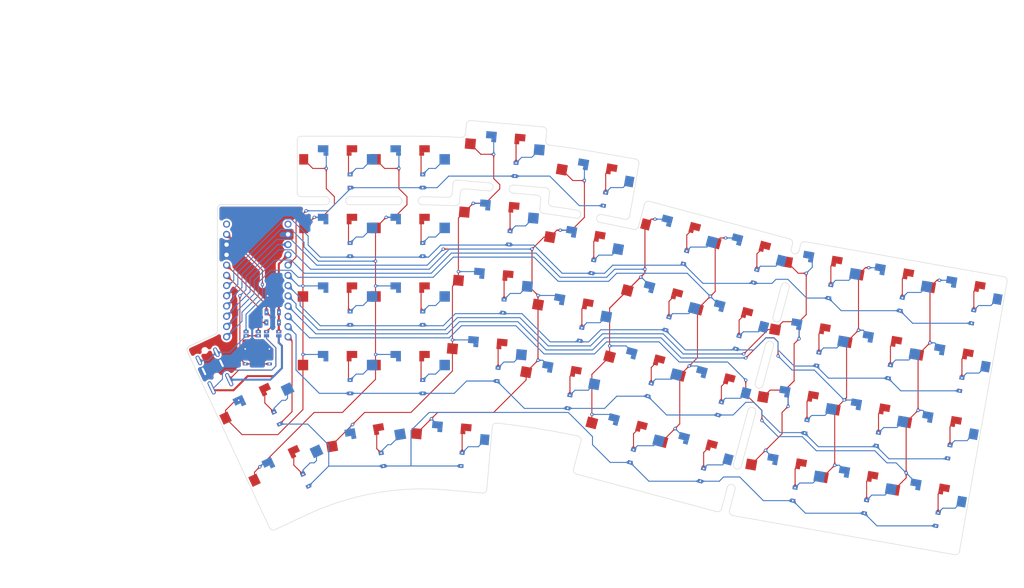
<source format=kicad_pcb>
(kicad_pcb (version 20221018) (generator pcbnew)
  (layers (0 "F.Cu" signal) (31 "B.Cu" signal) (34 "B.Paste" user) (35 "F.Paste" user) (38 "B.Mask" user) (39 "F.Mask" user) (44 "Edge.Cuts" user))
  (net 0 "")
  (net 1 "row0")
  (net 2 "row2")
  (net 3 "row3")
  (net 4 "row4")
  (net 5 "DATA")
  (net 6 "GND")
  (net 7 "Net-(J1-Pad3)")
  (net 8 "Net-(J1-Pad4)")
  (net 9 "VCC")
  (net 10 "SCL")
  (net 11 "SDA")
  (net 12 "col1")
  (net 13 "col2")
  (net 14 "col3")
  (net 15 "col4")
  (net 16 "col5")
  (net 17 "col6")
  (net 18 "col7")
  (net 19 "col8")
  (net 20 "col0")
  (net 21 "RESET")
  (net 24 "Net-(SW01-Pad3)")
  (net 25 "Net-(SW02-Pad3)")
  (net 26 "Net-(SW03-Pad3)")
  (net 27 "Net-(SW11-Pad3)")
  (net 28 "Net-(SW12-Pad3)")
  (net 29 "Net-(SW13-Pad3)")
  (net 30 "Net-(SW14-Pad3)")
  (net 31 "Net-(SW15-Pad3)")
  (net 32 "Net-(SW16-Pad3)")
  (net 33 "Net-(SW17-Pad3)")
  (net 34 "Net-(SW18-Pad3)")
  (net 35 "Net-(SW00-Pad3)")
  (net 36 "Net-(SW21-Pad3)")
  (net 37 "Net-(SW22-Pad3)")
  (net 38 "Net-(SW23-Pad3)")
  (net 39 "Net-(SW24-Pad3)")
  (net 40 "Net-(SW25-Pad3)")
  (net 41 "Net-(SW26-Pad3)")
  (net 42 "Net-(SW27-Pad3)")
  (net 43 "Net-(SW28-Pad3)")
  (net 44 "Net-(SW30-Pad3)")
  (net 45 "Net-(SW31-Pad3)")
  (net 46 "Net-(SW32-Pad3)")
  (net 47 "Net-(SW33-Pad3)")
  (net 48 "Net-(SW34-Pad3)")
  (net 49 "Net-(SW35-Pad3)")
  (net 50 "Net-(SW36-Pad3)")
  (net 51 "Net-(SW37-Pad3)")
  (net 52 "Net-(SW38-Pad3)")
  (net 53 "Net-(SW10-Pad3)")
  (net 54 "Net-(SW40-Pad3)")
  (net 55 "Net-(SW41-Pad3)")
  (net 56 "Net-(SW42-Pad3)")
  (net 57 "Net-(SW44-Pad3)")
  (net 58 "Net-(SW45-Pad3)")
  (net 59 "Net-(SW46-Pad3)")
  (net 60 "Net-(SW47-Pad3)")
  (net 61 "Net-(SW48-Pad3)")
  (net 62 "Net-(SW20-Pad3)")
  (net 63 "row1")
  (net 64 "Net-(J1-Pad1)")
  (net 65 "Net-(SW43-Pad3)")
  (footprint "keyboard:Key" (layer "F.Cu") (at 158.952725 77.092076 -15)
    (fp_text reference "SW24")
    (fp_text value "Key" hide)
  )
  (footprint "keyboard:Key" (layer "F.Cu") (at 207.890351 122.733643 -10)
    (fp_text reference "SW47")
    (fp_text value "Key" hide)
  )
  (footprint "keyboard:KeyLeft" (layer "F.Cu") (at 61.201051 102.753693 25)
    (fp_text reference "SW40")
    (fp_text value "Key" hide)
  )
  (footprint "keyboard:Key" (layer "F.Cu") (at 97.78 76.5)
    (fp_text reference "SW21")
    (fp_text value "Key" hide)
  )
  (footprint "keyboard:KeyRight" (layer "F.Cu") (at 228.568909 109.117579 -10)
    (fp_text reference "SW38")
    (fp_text value "Key" hide)
  )
  (footprint "keyboard:Key" (layer "F.Cu") (at 199.019868 69.382781 -10)
    (fp_text reference "SW16")
    (fp_text value "Key" hide)
  )
  (footprint "keyboard:RightPlate" (layer "F.Cu") (at 0 0)
    (fp_text reference "H1")
    (fp_text value "RightPlate" hide)
  )
  (footprint "keyboard:Key" (layer "F.Cu") (at 210.84237 105.991911 -10)
    (fp_text reference "SW37")
    (fp_text value "Key" hide)
  )
  (footprint "keyboard:KeyRight" (layer "F.Cu") (at 176.33939 81.750818 -15)
    (fp_text reference "SW25")
    (fp_text value "Key" hide)
  )
  (footprint "keyboard:Key" (layer "F.Cu") (at 97.78 93.5)
    (fp_text reference "SW31")
    (fp_text value "Key" hide)
  )
  (footprint "keyboard:PJ-320A" (layer "F.Cu") (at 48.793057 90.223562 -65)
    (fp_text reference "J1")
    (fp_text value "TRRS" hide)
  )
  (footprint "keyboard:Key" (layer "F.Cu") (at 213.794389 89.25018 -10)
    (fp_text reference "SW27")
    (fp_text value "Key" hide)
  )
  (footprint "keyboard:Key" (layer "F.Cu") (at 79.78 93.5)
    (fp_text reference "SW30")
    (fp_text value "Key" hide)
  )
  (footprint "keyboard:Key" (layer "F.Cu") (at 120.931519 39.376522 -5)
    (fp_text reference "SW02")
    (fp_text value "Key" hide)
  )
  (footprint "keyboard:KeyRight" (layer "F.Cu") (at 167.539542 114.592296 -15)
    (fp_text reference "SW45")
    (fp_text value "Key" hide)
  )
  (footprint "keyboard:Jumper" (layer "F.Cu") (at 57.096 81.988 -90)
    (fp_text reference "JP1")
    (fp_text value "JumperSplit" hide)
  )
  (footprint "keyboard:Key" (layer "F.Cu") (at 116.486576 90.182451 -5)
    (fp_text reference "SW32")
    (fp_text value "Key" hide)
  )
  (footprint "keyboard:Key" (layer "F.Cu") (at 79.78 76.5)
    (fp_text reference "SW20")
    (fp_text value "Key" hide)
  )
  (footprint "keyboard:KeyRight" (layer "F.Cu") (at 107.567703 111.252057 -5)
    (fp_text reference "SW43")
    (fp_text value "Key" hide)
  )
  (footprint "keyboard:Key" (layer "F.Cu") (at 190.163811 119.607976 -10)
    (fp_text reference "SW46")
    (fp_text value "Key" hide)
  )
  (footprint "keyboard:KeyRight" (layer "F.Cu") (at 143.188928 46.472766 -10)
    (fp_text reference "SW03")
    (fp_text value "Key" hide)
  )
  (footprint "keyboard:KeyRight" (layer "F.Cu") (at 180.739314 65.330079 -15)
    (fp_text reference "SW15")
    (fp_text value "Key" hide)
  )
  (footprint "keyboard:Key" (layer "F.Cu") (at 87.521848 112.127278 10)
    (fp_text reference "SW42")
    (fp_text value "Key" hide)
  )
  (footprint "keyboard:KeyRight" (layer "F.Cu") (at 225.61689 125.85931 -10)
    (fp_text reference "SW48")
    (fp_text value "Key" hide)
  )
  (footprint "keyboard:Key" (layer "F.Cu") (at 216.746408 72.508448 -10)
    (fp_text reference "SW17")
    (fp_text value "Key" hide)
  )
  (footprint "keyboard:Key" (layer "F.Cu") (at 193.11583 102.866244 -10)
    (fp_text reference "SW36")
    (fp_text value "Key" hide)
  )
  (footprint "keyboard:KeyLeft" (layer "F.Cu") (at 79.78 42.5)
    (fp_text reference "SW00")
    (fp_text value "Key" hide)
  )
  (footprint "keyboard:KeyRight" (layer "F.Cu") (at 171.939466 98.171557 -15)
    (fp_text reference "SW35")
    (fp_text value "Key" hide)
  )
  (footprint "keyboard:KeyLeft" (layer "F.Cu") (at 79.78 59.5)
    (fp_text reference "SW10")
    (fp_text value "Key" hide)
  )
  (footprint "keyboard:Key" (layer "F.Cu") (at 117.968224 73.247142 -5)
    (fp_text reference "SW22")
    (fp_text value "Key" hide)
  )
  (footprint "keyboard:Key" (layer "F.Cu") (at 134.332871 96.697962 -10)
    (fp_text reference "SW33")
    (fp_text value "Key" hide)
  )
  (footprint "keyboard:Key" (layer "F.Cu") (at 150.152878 109.933554 -15)
    (fp_text reference "SW44")
    (fp_text value "Key" hide)
  )
  (footprint "keyboard:JumperSplit" (layer "F.Cu") (at 62.176 81.988 -90)
    (fp_text reference "JP4")
    (fp_text value "JumperSplit" hide)
  )
  (footprint "keyboard:ProMicro" (layer "F.Cu") (at 59.89 68.78 -90)
    (fp_text reference "U1")
    (fp_text value "ProMicro" hide)
  )
  (footprint "keyboard:KeyRight" (layer "F.Cu") (at 231.520928 92.375847 -10)
    (fp_text reference "SW28")
    (fp_text value "Key" hide)
  )
  (footprint "keyboard:Key" (layer "F.Cu") (at 97.78 42.5)
    (fp_text reference "SW01")
    (fp_text value "Key" hide)
  )
  (footprint "keyboard:Key" (layer "F.Cu") (at 154.552801 93.512815 -15)
    (fp_text reference "SW34")
    (fp_text value "Key" hide)
  )
  (footprint "keyboard:Key" (layer "F.Cu") (at 119.449871 56.311832 -5)
    (fp_text reference "SW12")
    (fp_text value "Key" hide)
  )
  (footprint "keyboard:Key" (layer "F.Cu") (at 137.28489 79.95623 -10)
    (fp_text reference "SW23")
    (fp_text value "Key" hide)
  )
  (footprint "keyboard:KeyLeft" (layer "F.Cu") (at 163.352649 60.671336 -15)
    (fp_text reference "SW14")
    (fp_text value "Key" hide)
  )
  (footprint "keyboard:Key" (layer "F.Cu") (at 196.067849 86.124512 -10)
    (fp_text reference "SW26")
    (fp_text value "Key" hide)
  )
  (footprint "keyboard:Key" (layer "F.Cu") (at 97.78 59.5)
    (fp_text reference "SW11")
    (fp_text value "Key" hide)
  )
  (footprint "keyboard:JumperSplit" (layer "F.Cu") (at 65.224 81.988 -90)
    (fp_text reference "JP3")
    (fp_text value "JumperSplit" hide)
  )
  (footprint "keyboard:Jumper" (layer "F.Cu") (at 60.144 81.988 -90)
    (fp_text reference "JP2")
    (fp_text value "JumperSplit" hide)
  )
  (footprint "keyboard:KeyLeft" (layer "F.Cu") (at 68.385562 118.160925 25)
    (fp_text reference "SW41")
    (fp_text value "Key" hide)
  )
  (footprint "keyboard:KeyRight" (layer "F.Cu") (at 234.472947 75.634115 -10)
    (fp_text reference "SW18")
    (fp_text value "Key" hide)
  )
  (footprint "keyboard:Key" (layer "F.Cu") (at 140.236909 63.214498 -10)
    (fp_text reference "SW13")
    (fp_text value "Key" hide)
  )
  (footprint "keyboard:PTS526" (layer "B.Cu") (at 59.89 87.62)
    (fp_text reference "SW_RST1")
    (fp_text value "PTS526" hide)
  )
  (footprint "keyboard:SDR18" (layer "B.Cu") (at 63.7 76.654)
    (fp_text reference "R1" hide)
    (fp_text value "R" hide)
  )
  (footprint "keyboard:SDR18" (layer "B.Cu") (at 63.7 79.194)
    (fp_text reference "R2" hide)
    (fp_text value "R" hide)
  )
  (gr_line (start 50 51) (end 50 81.189702) (stroke (width 0.12)) (layer "Edge.Cuts"))
  (gr_line (start 185.933943 84.58049) (end 183.345753 94.239748) (stroke (width 0.12)) (layer "Edge.Cuts"))
  (gr_arc (start 139.000764 116.780478) (mid 138.393558 116.314552) (end 138.293657 115.555733) (stroke (width 0.12)) (layer "Edge.Cuts"))
  (gr_line (start 76.78 48) (end 70.78 48) (stroke (width 0.12)) (layer "Edge.Cuts"))
  (gr_line (start 123.440746 45.11706) (end 131.410304 45.814306) (stroke (width 0.12)) (layer "Edge.Cuts"))
  (gr_line (start 130.152642 48.715734) (end 129.945938 51.07837) (stroke (width 0.12)) (layer "Edge.Cuts"))
  (gr_arc (start 119.250898 104.150057) (mid 129.366326 105.49735) (end 139.400337 107.356302) (stroke (width 0.12)) (layer "Edge.Cuts"))
  (gr_line (start 232.830502 136.777818) (end 179.650884 127.400816) (stroke (width 0.12)) (layer "Edge.Cuts"))
  (gr_arc (start 100.768166 50.017579) (mid 104.875885 50.099138) (end 108.981748 50.247128) (stroke (width 0.12)) (layer "Edge.Cuts"))
  (gr_arc (start 185.277605 94.757387) (mid 184.052854 95.464517) (end 183.345753 94.239748) (stroke (width 0.12)) (layer "Edge.Cuts"))
  (gr_arc (start 194.62096 59.887508) (mid 195.049586 59.302936) (end 195.760534 59.161519) (stroke (width 0.12)) (layer "Edge.Cuts"))
  (gr_line (start 118.147883 105.05718) (end 116.788826 120.591269) (stroke (width 0.12)) (layer "Edge.Cuts"))
  (gr_line (start 117.463578 44.594125) (end 109.494021 43.896879) (stroke (width 0.12)) (layer "Edge.Cuts"))
  (gr_arc (start 116.788826 120.591269) (mid 116.435419 121.270158) (end 115.705476 121.500308) (stroke (width 0.12)) (layer "Edge.Cuts"))
  (gr_line (start 132.104654 49.351579) (end 132.319343 46.897656) (stroke (width 0.12)) (layer "Edge.Cuts"))
  (gr_arc (start 69.78 34) (mid 70.072893 33.292893) (end 70.78 33) (stroke (width 0.12)) (layer "Edge.Cuts"))
  (gr_arc (start 132.963412 50.429249) (mid 132.318785 50.061938) (end 132.104654 49.351579) (stroke (width 0.12)) (layer "Edge.Cuts"))
  (gr_arc (start 117.463578 44.594125) (mid 118.372618 45.677475) (end 117.289267 46.586515) (stroke (width 0.12)) (layer "Edge.Cuts"))
  (gr_arc (start 118.147883 105.05718) (mid 118.508889 104.371979) (end 119.250898 104.150059) (stroke (width 0.12)) (layer "Edge.Cuts"))
  (gr_line (start 174.998839 125.390856) (end 176.422345 120.078257) (stroke (width 0.12)) (layer "Edge.Cuts"))
  (gr_arc (start 194.206862 61.432946) (mid 192.982116 62.140052) (end 192.27501 60.915306) (stroke (width 0.12)) (layer "Edge.Cuts"))
  (gr_arc (start 82.78 50) (mid 81.78 49) (end 82.78 48) (stroke (width 0.12)) (layer "Edge.Cuts"))
  (gr_line (start 194.206862 61.432946) (end 194.62096 59.887508) (stroke (width 0.12)) (layer "Edge.Cuts"))
  (gr_arc (start 244.985875 67.841276) (mid 245.631378 68.252507) (end 245.797034 68.999731) (stroke (width 0.12)) (layer "Edge.Cuts"))
  (gr_line (start 245.797034 68.999731) (end 233.988958 135.966658) (stroke (width 0.12)) (layer "Edge.Cuts"))
  (gr_arc (start 108.195979 47.259845) (mid 107.861747 47.922225) (end 107.163132 48.172016) (stroke (width 0.12)) (layer "Edge.Cuts"))
  (gr_arc (start 154.410069 55.408466) (mid 153.962105 56.005051) (end 153.225852 56.125531) (stroke (width 0.12)) (layer "Edge.Cuts"))
  (gr_line (start 185.277605 94.757387) (end 187.865798 85.098116) (stroke (width 0.12)) (layer "Edge.Cuts"))
  (gr_line (start 82.78 48) (end 94.78 48) (stroke (width 0.12)) (layer "Edge.Cuts"))
  (gr_arc (start 189.816228 70.091607) (mid 191.040972 69.384496) (end 191.748081 70.609241) (stroke (width 0.12)) (layer "Edge.Cuts"))
  (gr_arc (start 130.812085 52.157034) (mid 130.162399 51.791638) (end 129.945938 51.07837) (stroke (width 0.12)) (layer "Edge.Cuts"))
  (gr_arc (start 94.78 48) (mid 95.78 49) (end 94.78 50) (stroke (width 0.12)) (layer "Edge.Cuts"))
  (gr_line (start 72.400435 126.770849) (end 64.243674 130.574409) (stroke (width 0.12)) (layer "Edge.Cuts"))
  (gr_arc (start 50 51) (mid 50.292893 50.292893) (end 51 50) (stroke (width 0.12)) (layer "Edge.Cuts"))
  (gr_arc (start 179.90711 114.800347) (mid 178.682364 115.507447) (end 177.97526 114.282702) (stroke (width 0.12)) (layer "Edge.Cuts"))
  (gr_arc (start 185.933997 84.580504) (mid 187.158706 83.8734) (end 187.865798 85.098116) (stroke (width 0.12)) (layer "Edge.Cuts"))
  (gr_line (start 94.78 50) (end 82.78 50) (stroke (width 0.12)) (layer "Edge.Cuts"))
  (gr_arc (start 132.297714 35.207282) (mid 138.579326 36.088798) (end 144.838586 37.117094) (stroke (width 0.12)) (layer "Edge.Cuts"))
  (gr_arc (start 139.264794 51.383672) (mid 140.089527 52.532505) (end 138.940694 53.357238) (stroke (width 0.12)) (layer "Edge.Cuts"))
  (gr_line (start 173.774094 126.097963) (end 139.000764 116.780478) (stroke (width 0.12)) (layer "Edge.Cuts"))
  (gr_arc (start 110.022044 49.335256) (mid 109.685014 50.000099) (end 108.981748 50.247126) (stroke (width 0.12)) (layer "Edge.Cuts"))
  (gr_line (start 51 50) (end 76.78 50) (stroke (width 0.12)) (layer "Edge.Cuts"))
  (gr_line (start 115.705476 121.500308) (end 106.739743 120.715908) (stroke (width 0.12)) (layer "Edge.Cuts"))
  (gr_arc (start 153.701856 38.679926) (mid 154.34736 39.091158) (end 154.513015 39.838382) (stroke (width 0.12)) (layer "Edge.Cuts"))
  (gr_arc (start 100.791695 48.017716) (mid 103.977894 48.075038) (end 107.163132 48.172017) (stroke (width 0.12)) (layer "Edge.Cuts"))
  (gr_arc (start 233.988958 135.966658) (mid 233.577727 136.612162) (end 232.830502 136.777817) (stroke (width 0.12)) (layer "Edge.Cuts"))
  (gr_arc (start 131.410304 45.814306) (mid 132.089192 46.167713) (end 132.319342 46.897656) (stroke (width 0.12)) (layer "Edge.Cuts"))
  (gr_arc (start 145.196779 52.429642) (mid 148.136662 53.00159) (end 151.069653 53.607892) (stroke (width 0.12)) (layer "Edge.Cuts"))
  (gr_line (start 176.961168 125.794759) (end 178.354197 120.595896) (stroke (width 0.12)) (layer "Edge.Cuts"))
  (gr_arc (start 176.422345 120.078257) (mid 177.647091 119.371151) (end 178.354197 120.595896) (stroke (width 0.12)) (layer "Edge.Cuts"))
  (gr_arc (start 139.400337 107.356302) (mid 140.045685 107.811762) (end 140.159196 108.593448) (stroke (width 0.12)) (layer "Edge.Cuts"))
  (gr_arc (start 111.504986 32.385154) (mid 111.16694 33.050886) (end 110.461994 33.296902) (stroke (width 0.12)) (layer "Edge.Cuts"))
  (gr_arc (start 123.266435 47.109449) (mid 122.357397 46.026099) (end 123.440746 45.117061) (stroke (width 0.12)) (layer "Edge.Cuts"))
  (gr_arc (start 108.41067 44.805918) (mid 108.764077 44.12703) (end 109.494021 43.896879) (stroke (width 0.12)) (layer "Edge.Cuts"))
  (gr_arc (start 189.677529 78.336648) (mid 188.452784 79.043755) (end 187.745677 77.819009) (stroke (width 0.12)) (layer "Edge.Cuts"))
  (gr_arc (start 144.826335 54.395034) (mid 144.028861 53.227116) (end 145.196779 52.429642) (stroke (width 0.12)) (layer "Edge.Cuts"))
  (gr_arc (start 179.650884 127.400815) (mid 178.686906 127.223771) (end 177.72554 127.033053) (stroke (width 0.12)) (layer "Edge.Cuts"))
  (gr_arc (start 72.400435 126.770849) (mid 89.171515 121.482952) (end 106.739743 120.715908) (stroke (width 0.12)) (layer "Edge.Cuts"))
  (gr_arc (start 110.228748 46.972619) (mid 110.582155 46.29373) (end 111.312099 46.06358) (stroke (width 0.12)) (layer "Edge.Cuts"))
  (gr_line (start 97.78 33) (end 70.78 33) (stroke (width 0.12)) (layer "Edge.Cuts"))
  (gr_line (start 191.891427 58.483155) (end 157.118097 49.16567) (stroke (width 0.12)) (layer "Edge.Cuts"))
  (gr_arc (start 174.998839 125.390856) (mid 174.532913 125.998062) (end 173.774094 126.097963) (stroke (width 0.12)) (layer "Edge.Cuts"))
  (gr_line (start 129.243603 47.632384) (end 123.266435 47.109449) (stroke (width 0.12)) (layer "Edge.Cuts"))
  (gr_arc (start 50 81.189702) (mid 49.843391 81.727002) (end 49.422618 82.09601) (stroke (width 0.12)) (layer "Edge.Cuts"))
  (gr_arc (start 181.53402 101.001229) (mid 182.758765 100.294122) (end 183.465872 101.518867) (stroke (width 0.12)) (layer "Edge.Cuts"))
  (gr_line (start 152.228109 52.796731) (end 154.513015 39.838382) (stroke (width 0.12)) (layer "Edge.Cuts"))
  (gr_line (start 110.228748 46.972619) (end 110.022044 49.335256) (stroke (width 0.12)) (layer "Edge.Cuts"))
  (gr_arc (start 130.725251 30.697074) (mid 131.40414 31.050481) (end 131.63429 31.780424) (stroke (width 0.12)) (layer "Edge.Cuts"))
  (gr_line (start 244.985875 67.841275) (end 195.760534 59.161519) (stroke (width 0.12)) (layer "Edge.Cuts"))
  (gr_line (start 108.195979 47.259845) (end 108.41067 44.805918) (stroke (width 0.12)) (layer "Edge.Cuts"))
  (gr_arc (start 42.544539 86.406689) (mid 42.511154 85.64205) (end 43.028229 85.077762) (stroke (width 0.12)) (layer "Edge.Cuts"))
  (gr_line (start 179.907109 114.800347) (end 183.465871 101.518867) (stroke (width 0.12)) (layer "Edge.Cuts"))
  (gr_arc (start 70.78 48) (mid 70.072893 47.707107) (end 69.78 47) (stroke (width 0.12)) (layer "Edge.Cuts"))
  (gr_line (start 111.710396 30.037309) (end 111.504986 32.385154) (stroke (width 0.12)) (layer "Edge.Cuts"))
  (gr_arc (start 76.78 48) (mid 77.78 49) (end 76.78 50) (stroke (width 0.12)) (layer "Edge.Cuts"))
  (gr_line (start 138.293657 115.555733) (end 140.159196 108.593448) (stroke (width 0.12)) (layer "Edge.Cuts"))
  (gr_line (start 155.893352 49.872776) (end 154.410069 55.408466) (stroke (width 0.12)) (layer "Edge.Cuts"))
  (gr_line (start 43.028229 85.077763) (end 49.422618 82.09601) (stroke (width 0.12)) (layer "Edge.Cuts"))
  (gr_arc (start 177.72554 127.033053) (mid 177.076155 126.578842) (end 176.961168 125.794759) (stroke (width 0.12)) (layer "Edge.Cuts"))
  (gr_arc (start 97.78 33) (mid 104.122734 33.074236) (end 110.461994 33.296903) (stroke (width 0.12)) (layer "Edge.Cuts"))
  (gr_arc (start 132.963412 50.429249) (mid 136.117073 50.88685) (end 139.264794 51.383672) (stroke (width 0.12)) (layer "Edge.Cuts"))
  (gr_arc (start 64.243674 130.57441) (mid 63.479031 130.6078) (end 62.914739 130.090724) (stroke (width 0.12)) (layer "Edge.Cuts"))
  (gr_line (start 187.745677 77.819009) (end 189.816228 70.091607) (stroke (width 0.12)) (layer "Edge.Cuts"))
  (gr_arc (start 129.243603 47.632384) (mid 129.922491 47.985791) (end 130.152641 48.715734) (stroke (width 0.12)) (layer "Edge.Cuts"))
  (gr_line (start 153.701856 38.679926) (end 144.838586 37.117093) (stroke (width 0.12)) (layer "Edge.Cuts"))
  (gr_line (start 112.793746 29.12827) (end 130.725251 30.697074) (stroke (width 0.12)) (layer "Edge.Cuts"))
  (gr_arc (start 130.812085 52.157035) (mid 134.881269 52.724269) (end 138.940745 53.357247) (stroke (width 0.12)) (layer "Edge.Cuts"))
  (gr_line (start 192.598534 59.7079) (end 192.27501 60.915306) (stroke (width 0.12)) (layer "Edge.Cuts"))
  (gr_line (start 111.312099 46.06358) (end 117.289267 46.586515) (stroke (width 0.12)) (layer "Edge.Cuts"))
  (gr_arc (start 111.710396 30.037309) (mid 112.063803 29.35842) (end 112.793746 29.12827) (stroke (width 0.12)) (layer "Edge.Cuts"))
  (gr_line (start 131.63429 31.780424) (end 131.42888 34.128269) (stroke (width 0.12)) (layer "Edge.Cuts"))
  (gr_arc (start 132.297714 35.20728) (mid 131.646191 34.842591) (end 131.428881 34.128269) (stroke (width 0.12)) (layer "Edge.Cuts"))
  (gr_arc (start 152.228109 52.796731) (mid 151.816878 53.442235) (end 151.069653 53.607891) (stroke (width 0.12)) (layer "Edge.Cuts"))
  (gr_line (start 69.78 34) (end 69.78 47) (stroke (width 0.12)) (layer "Edge.Cuts"))
  (gr_arc (start 100.768166 50.017578) (mid 99.78 49.005882) (end 100.791695 48.017716) (stroke (width 0.12)) (layer "Edge.Cuts"))
  (gr_arc (start 191.891427 58.483155) (mid 192.498633 58.949081) (end 192.598534 59.7079) (stroke (width 0.12)) (layer "Edge.Cuts"))
  (gr_line (start 181.53402 101.001229) (end 177.97526 114.282702) (stroke (width 0.12)) (layer "Edge.Cuts"))
  (gr_line (start 191.748081 70.609241) (end 189.677529 78.336648) (stroke (width 0.12)) (layer "Edge.Cuts"))
  (gr_arc (start 155.893352 49.872776) (mid 156.359278 49.26557) (end 157.118097 49.16567) (stroke (width 0.12)) (layer "Edge.Cuts"))
  (gr_arc (start 144.826335 54.395034) (mid 149.033398 55.22483) (end 153.225852 56.125531) (stroke (width 0.12)) (layer "Edge.Cuts"))
  (gr_line (start 62.914739 130.090724) (end 42.544539 86.406689) (stroke (width 0.12)) (layer "Edge.Cuts"))
  (segment (start 69.5 54) (end 69.5 62.98) (width 0.25) (layer "F.Cu") (net 1))
  (segment (start 72 51.5) (end 69.5 54) (width 0.25) (layer "F.Cu") (net 1))
  (segment (start 69.5 62.98) (end 67.51 64.97) (width 0.25) (layer "F.Cu") (net 1))
  (via (at 72 51.5) (size 0.8) (drill 0.4) (layers "F.Cu" "B.Cu") (net 1))
  (segment (start 100.905 45.77) (end 104.476797 45.77) (width 0.25) (layer "B.Cu") (net 1))
  (segment (start 100.905 45.77) (end 82.905 45.77) (width 0.25) (layer "B.Cu") (net 1))
  (segment (start 145.698623 50.235738) (end 139.735738 50.235738) (width 0.25) (layer "B.Cu") (net 1))
  (segment (start 77.5 51.5) (end 82.905 46.095) (width 0.25) (layer "B.Cu") (net 1))
  (segment (start 82.905 46.095) (end 82.905 45.77) (width 0.25) (layer "B.Cu") (net 1))
  (segment (start 132.40644 42.90644) (end 123.759628 42.90644) (width 0.25) (layer "B.Cu") (net 1))
  (segment (start 104.476797 45.77) (end 107.340357 42.90644) (width 0.25) (layer "B.Cu") (net 1))
  (segment (start 107.340357 42.90644) (end 123.759628 42.90644) (width 0.25) (layer "B.Cu") (net 1))
  (segment (start 139.735738 50.235738) (end 132.40644 42.90644) (width 0.25) (layer "B.Cu") (net 1))
  (segment (start 72 51.5) (end 77.5 51.5) (width 0.25) (layer "B.Cu") (net 1))
  (segment (start 125.5 77) (end 121.019273 77) (width 0.25) (layer "B.Cu") (net 2))
  (segment (start 183 86) (end 186 83) (width 0.25) (layer "B.Cu") (net 2))
  (segment (start 198.465028 90) (end 198.577544 89.887484) (width 0.25) (layer "B.Cu") (net 2))
  (segment (start 193 90) (end 198.465028 90) (width 0.25) (layer "B.Cu") (net 2))
  (segment (start 120.796333 76.77706) (end 120.573393 77) (width 0.25) (layer "B.Cu") (net 2))
  (segment (start 178.51157 85.718205) (end 178.793365 86) (width 0.25) (layer "B.Cu") (net 2))
  (segment (start 100.905 79.77) (end 100.675 80) (width 0.25) (layer "B.Cu") (net 2))
  (segment (start 189 86) (end 193 90) (width 0.25) (layer "B.Cu") (net 2))
  (segment (start 161.124905 81.124905) (end 161.124905 81.059463) (width 0.25) (layer "B.Cu") (net 2))
  (segment (start 139.794585 83.719202) (end 139.513787 84) (width 0.25) (layer "B.Cu") (net 2))
  (segment (start 82.675 80) (end 82.905 79.77) (width 0.25) (layer "B.Cu") (net 2))
  (segment (start 83.135 80) (end 82.905 79.77) (width 0.25) (layer "B.Cu") (net 2))
  (segment (start 121.019273 77) (end 120.796333 76.77706) (width 0.25) (layer "B.Cu") (net 2))
  (segment (start 178.793365 86) (end 183 86) (width 0.25) (layer "B.Cu") (net 2))
  (segment (start 189 84) (end 189 86) (width 0.25) (layer "B.Cu") (net 2))
  (segment (start 106 80) (end 101.135 80) (width 0.25) (layer "B.Cu") (net 2))
  (segment (start 178.229775 86) (end 166 86) (width 0.25) (layer "B.Cu") (net 2))
  (segment (start 142.050431 84) (end 145.050431 81) (width 0.25) (layer "B.Cu") (net 2))
  (segment (start 145.050431 81) (end 161.065442 81) (width 0.25) (layer "B.Cu") (net 2))
  (segment (start 139.513787 84) (end 132.5 84) (width 0.25) (layer "B.Cu") (net 2))
  (segment (start 161.065442 81) (end 161.124905 81.059463) (width 0.25) (layer "B.Cu") (net 2))
  (segment (start 109 77) (end 106 80) (width 0.25) (layer "B.Cu") (net 2))
  (segment (start 132.5 84) (end 125.5 77) (width 0.25) (layer "B.Cu") (net 2))
  (segment (start 70.5 73.04) (end 70.5 75) (width 0.25) (layer "B.Cu") (net 2))
  (segment (start 75.5 80) (end 82.675 80) (width 0.25) (layer "B.Cu") (net 2))
  (segment (start 188 83) (end 189 84) (width 0.25) (layer "B.Cu") (net 2))
  (segment (start 234.030623 96.138819) (end 219.429751 96.138819) (width 0.25) (layer "B.Cu") (net 2))
  (segment (start 67.51 70.05) (end 70.5 73.04) (width 0.25) (layer "B.Cu") (net 2))
  (segment (start 178.51157 85.718205) (end 178.229775 86) (width 0.25) (layer "B.Cu") (net 2))
  (segment (start 139.794585 83.719202) (end 140.075383 84) (width 0.25) (layer "B.Cu") (net 2))
  (segment (start 140.075383 84) (end 142.050431 84) (width 0.25) (layer "B.Cu") (net 2))
  (segment (start 70.5 75) (end 75.5 80) (width 0.25) (layer "B.Cu") (net 2))
  (segment (start 166 86) (end 161.124905 81.124905) (width 0.25) (layer "B.Cu") (net 2))
  (segment (start 120.573393 77) (end 109 77) (width 0.25) (layer "B.Cu") (net 2))
  (segment (start 198.577544 90.077544) (end 198.577544 89.887484) (width 0.25) (layer "B.Cu") (net 2))
  (segment (start 100.675 80) (end 83.135 80) (width 0.25) (layer "B.Cu") (net 2))
  (segment (start 201.513152 93.013152) (end 198.577544 90.077544) (width 0.25) (layer "B.Cu") (net 2))
  (segment (start 101.135 80) (end 100.905 79.77) (width 0.25) (layer "B.Cu") (net 2))
  (segment (start 219.429751 96.138819) (end 216.304084 93.013152) (width 0.25) (layer "B.Cu") (net 2))
  (segment (start 216.304084 93.013152) (end 201.513152 93.013152) (width 0.25) (layer "B.Cu") (net 2))
  (segment (start 186 83) (end 188 83) (width 0.25) (layer "B.Cu") (net 2))
  (segment (start 195.496309 106.5) (end 195.625525 106.629216) (width 0.25) (layer "B.Cu") (net 3))
  (segment (start 213.352065 109.754883) (end 213.106948 110) (width 0.25) (layer "B.Cu") (net 3))
  (segment (start 119.314685 93.712369) (end 126.102316 100.5) (width 0.25) (layer "B.Cu") (net 3))
  (segment (start 69.5 82.2) (end 67.51 80.21) (width 0.25) (layer "B.Cu") (net 3))
  (segment (start 108.73 96.77) (end 111.787631 93.712369) (width 0.25) (layer "B.Cu") (net 3))
  (segment (start 149.019798 97.480202) (end 146 100.5) (width 0.25) (layer "B.Cu") (net 3))
  (segment (start 185 101) (end 185 102) (width 0.25) (layer "B.Cu") (net 3))
  (segment (start 181 99) (end 183 99) (width 0.25) (layer "B.Cu") (net 3))
  (segment (start 75.27 96.77) (end 69.5 91) (width 0.25) (layer "B.Cu") (net 3))
  (segment (start 126.102316 100.5) (end 136.8035 100.5) (width 0.25) (layer "B.Cu") (net 3))
  (segment (start 174.111646 102.138944) (end 177.861056 102.138944) (width 0.25) (layer "B.Cu") (net 3))
  (segment (start 216.5 113) (end 213.352065 109.852065) (width 0.25) (layer "B.Cu") (net 3))
  (segment (start 82.905 96.77) (end 100.905 96.77) (width 0.25) (layer "B.Cu") (net 3))
  (segment (start 213.352065 109.852065) (end 213.352065 109.754883) (width 0.25) (layer "B.Cu") (net 3))
  (segment (start 69.5 91) (end 69.5 82.2) (width 0.25) (layer "B.Cu") (net 3))
  (segment (start 146 100.5) (end 136.881632 100.5) (width 0.25) (layer "B.Cu") (net 3))
  (segment (start 230.959155 113) (end 216.5 113) (width 0.25) (layer "B.Cu") (net 3))
  (segment (start 198.996309 110) (end 195.625525 106.629216) (width 0.25) (layer "B.Cu") (net 3))
  (segment (start 183 99) (end 185 101) (width 0.25) (layer "B.Cu") (net 3))
  (segment (start 156.724981 97.480202) (end 149.019798 97.480202) (width 0.25) (layer "B.Cu") (net 3))
  (segment (start 111.787631 93.712369) (end 119.314685 93.712369) (width 0.25) (layer "B.Cu") (net 3))
  (segment (start 189.5 106.5) (end 195.496309 106.5) (width 0.25) (layer "B.Cu") (net 3))
  (segment (start 136.8035 100.5) (end 136.842566 100.460934) (width 0.25) (layer "B.Cu") (net 3))
  (segment (start 100.905 96.77) (end 108.73 96.77) (width 0.25) (layer "B.Cu") (net 3))
  (segment (start 185 102) (end 189.5 106.5) (width 0.25) (layer "B.Cu") (net 3))
  (segment (start 177.861056 102.138944) (end 181 99) (width 0.25) (layer "B.Cu") (net 3))
  (segment (start 213.106948 110) (end 198.996309 110) (width 0.25) (layer "B.Cu") (net 3))
  (segment (start 136.881632 100.5) (end 136.842566 100.460934) (width 0.25) (layer "B.Cu") (net 3))
  (segment (start 161.383723 102.138944) (end 174.111646 102.138944) (width 0.25) (layer "B.Cu") (net 3))
  (segment (start 231.078604 112.880551) (end 230.959155 113) (width 0.25) (layer "B.Cu") (net 3))
  (segment (start 82.905 96.77) (end 75.27 96.77) (width 0.25) (layer "B.Cu") (net 3))
  (segment (start 156.724981 97.480202) (end 161.383723 102.138944) (width 0.25) (layer "B.Cu") (net 3))
  (segment (start 68.5 101.311862) (end 68.5 83.74) (width 0.25) (layer "F.Cu") (net 4))
  (segment (start 65.415225 104.396637) (end 68.5 101.311862) (width 0.25) (layer "F.Cu") (net 4))
  (segment (start 68.5 83.74) (end 67.51 82.75) (width 0.25) (layer "F.Cu") (net 4))
  (segment (start 137 101.5) (end 102.5 101.5) (width 0.25) (layer "B.Cu") (net 4))
  (segment (start 213.525713 129.622282) (end 228.126585 129.622282) (width 0.25) (layer "B.Cu") (net 4))
  (segment (start 152.325058 113.900941) (end 147.400941 113.900941) (width 0.25) (layer "B.Cu") (net 4))
  (segment (start 156.9838 118.559683) (end 169.711722 118.559683) (width 0.25) (layer "B.Cu") (net 4))
  (segment (start 77.598656 109.598656) (end 77.598656 114.804949) (width 0.25) (layer "B.Cu") (net 4))
  (segment (start 192.673506 123.370948) (end 195.799173 126.496615) (width 0.25) (layer "B.Cu") (net 4))
  (segment (start 195.799173 126.496615) (end 210.400046 126.496615) (width 0.25) (layer "B.Cu") (net 4))
  (segment (start 152.325058 113.900941) (end 156.9838 118.559683) (width 0.25) (layer "B.Cu") (net 4))
  (segment (start 210.400046 126.496615) (end 213.525713 129.622282) (width 0.25) (layer "B.Cu") (net 4))
  (segment (start 98 106) (end 98 114.781975) (width 0.25) (layer "B.Cu") (net 4))
  (segment (start 174.440317 118.559683) (end 175.5 117.5) (width 0.25) (layer "B.Cu") (net 4))
  (segment (start 175.5 117.5) (end 179.5 117.5) (width 0.25) (layer "B.Cu") (net 4))
  (segment (start 147.400941 113.900941) (end 143 109.5) (width 0.25) (layer "B.Cu") (net 4))
  (segment (start 102.5 101.5) (end 98 106) (width 0.25) (layer "B.Cu") (net 4))
  (segment (start 169.711722 118.559683) (end 174.440317 118.559683) (width 0.25) (layer "B.Cu") (net 4))
  (segment (start 77.598656 114.804949) (end 72.599736 119.803869) (width 0.25) (layer "B.Cu") (net 4))
  (segment (start 185.370948 123.370948) (end 192.673506 123.370948) (width 0.25) (layer "B.Cu") (net 4))
  (segment (start 143 107.5) (end 137 101.5) (width 0.25) (layer "B.Cu") (net 4))
  (segment (start 110.395812 114.781975) (end 98 114.781975) (width 0.25) (layer "B.Cu") (net 4))
  (segment (start 179.5 117.5) (end 185.370948 123.370948) (width 0.25) (layer "B.Cu") (net 4))
  (segment (start 72.396637 104.396637) (end 77.598656 109.598656) (width 0.25) (layer "B.Cu") (net 4))
  (segment (start 91.167202 114.804949) (end 77.598656 114.804949) (width 0.25) (layer "B.Cu") (net 4))
  (segment (start 91.190176 114.781975) (end 91.167202 114.804949) (width 0.25) (layer "B.Cu") (net 4))
  (segment (start 98 114.781975) (end 91.190176 114.781975) (width 0.25) (layer "B.Cu") (net 4))
  (segment (start 65.415225 104.396637) (end 72.396637 104.396637) (width 0.25) (layer "B.Cu") (net 4))
  (segment (start 143 109.5) (end 143 107.5) (width 0.25) (layer "B.Cu") (net 4))
  (segment (start 61.16 69.796) (end 61.16 66.24) (width 0.25) (layer "F.Cu") (net 5))
  (segment (start 61.16 66.24) (end 52.27 57.35) (width 0.25) (layer "F.Cu") (net 5))
  (via (at 61.16 69.796) (size 0.8) (drill 0.4) (layers "F.Cu" "B.Cu") (net 5))
  (segment (start 61.16 73.098) (end 57.096 77.162) (width 0.25) (layer "B.Cu") (net 5))
  (segment (start 57.096 77.162) (end 57.096 81.48) (width 0.25) (layer "B.Cu") (net 5))
  (segment (start 61.16 69.796) (end 61.16 73.098) (width 0.25) (layer "B.Cu") (net 5))
  (segment (start 62.43 72.59) (end 52.27 62.43) (width 0.5) (layer "F.Cu") (net 6))
  (segment (start 62.43 72.59) (end 62.43 62.43) (width 0.5) (layer "F.Cu") (net 6))
  (segment (start 52.27 62.43) (end 52.27 59.89) (width 0.5) (layer "F.Cu") (net 6))
  (segment (start 62.43 62.43) (end 67.51 57.35) (width 0.5) (layer "F.Cu") (net 6))
  (via (at 62.43 72.59) (size 0.8) (drill 0.4) (layers "F.Cu" "B.Cu") (net 6))
  (segment (start 58.62 77.416) (end 58.62 84.04) (width 0.5) (layer "B.Cu") (net 6))
  (segment (start 62.43 72.59) (end 62.43 73.606) (width 0.5) (layer "B.Cu") (net 6))
  (segment (start 53.360091 89.299909) (end 51.010458 89.299909) (width 0.5) (layer "B.Cu") (net 6))
  (segment (start 62.89 85.77) (end 56.89 85.77) (width 0.5) (layer "B.Cu") (net 6))
  (segment (start 58.62 84.04) (end 53.360091 89.299909) (width 0.5) (layer "B.Cu") (net 6))
  (segment (start 62.43 73.606) (end 58.62 77.416) (width 0.5) (layer "B.Cu") (net 6))
  (segment (start 51.010458 89.299909) (end 48.688748 89.299909) (width 0.5) (layer "B.Cu") (net 6))
  (segment (start 48.688748 89.299909) (end 46.66018 91.328477) (width 0.5) (layer "B.Cu") (net 6))
  (segment (start 57.5 92.5) (end 54 96) (width 0.5) (layer "F.Cu") (net 7))
  (segment (start 64 92.5) (end 57.5 92.5) (width 0.5) (layer "F.Cu") (net 7))
  (segment (start 65.224 84.224) (end 66 85) (width 0.5) (layer "F.Cu") (net 7))
  (segment (start 54 96) (end 49.1551 96) (width 0.5) (layer "F.Cu") (net 7))
  (segment (start 49.1551 96) (end 48.561962 95.406862) (width 0.5) (layer "F.Cu") (net 7))
  (segment (start 66 85) (end 66 90.5) (width 0.5) (layer "F.Cu") (net 7))
  (segment (start 65.224 82.496) (end 65.224 84.224) (width 0.5) (layer "F.Cu") (net 7))
  (segment (start 66 90.5) (end 64 92.5) (width 0.5) (layer "F.Cu") (net 7))
  (segment (start 51.25 91.75) (end 51.25 93.25) (width 0.25) (layer "B.Cu") (net 7))
  (segment (start 49.093138 95.406862) (end 48.561962 95.406862) (width 0.25) (layer "B.Cu") (net 7))
  (segment (start 64.5 85.5) (end 64.5 90) (width 0.25) (layer "B.Cu") (net 7))
  (segment (start 62.176 82.496) (end 62.176 83.176) (width 0.25) (layer "B.Cu") (net 7))
  (segment (start 63.5 91) (end 52 91) (width 0.25) (layer "B.Cu") (net 7))
  (segment (start 62.176 83.176) (end 64.5 85.5) (width 0.25) (layer "B.Cu") (net 7))
  (segment (start 51.25 93.25) (end 49.093138 95.406862) (width 0.25) (layer "B.Cu") (net 7))
  (segment (start 52 91) (end 51.25 91.75) (width 0.25) (layer "B.Cu") (net 7))
  (segment (start 64.5 90) (end 63.5 91) (width 0.25) (layer "B.Cu") (net 7))
  (segment (start 64.5 85.5) (end 62.176 83.176) (width 0.25) (layer "F.Cu") (net 8))
  (segment (start 52.91224 93.378294) (end 55.290534 91) (width 0.25) (layer "F.Cu") (net 8))
  (segment (start 64.5 90) (end 64.5 85.5) (width 0.25) (layer "F.Cu") (net 8))
  (segment (start 63.5 91) (end 64.5 90) (width 0.25) (layer "F.Cu") (net 8))
  (segment (start 62.176 83.176) (end 62.176 82.496) (width 0.25) (layer "F.Cu") (net 8))
  (segment (start 55.290534 91) (end 63.5 91) (width 0.25) (layer "F.Cu") (net 8))
  (segment (start 66 85) (end 65.224 84.224) (width 0.5) (layer "B.Cu") (net 8))
  (segment (start 52.91224 93.378294) (end 63.121706 93.378294) (width 0.5) (layer "B.Cu") (net 8))
  (segment (start 63.121706 93.378294) (end 66 90.5) (width 0.5) (layer "B.Cu") (net 8))
  (segment (start 66 90.5) (end 66 85) (width 0.5) (layer "B.Cu") (net 8))
  (segment (start 65.224 84.224) (end 65.224 82.496) (width 0.5) (layer "B.Cu") (net 8))
  (segment (start 67.51 62.43) (end 65.224 64.716) (width 0.5) (layer "F.Cu") (net 9))
  (segment (start 65.224 64.716) (end 65.224 81.48) (width 0.5) (layer "F.Cu") (net 9))
  (segment (start 60.144 75.384) (end 52.27 67.51) (width 0.25) (layer "F.Cu") (net 10))
  (segment (start 62.15 79.194) (end 60.144 79.194) (width 0.25) (layer "F.Cu") (net 10))
  (segment (start 60.144 81.48) (end 60.144 79.194) (width 0.25) (layer "F.Cu") (net 10))
  (segment (start 60.144 79.194) (end 60.144 75.384) (width 0.25) (layer "F.Cu") (net 10))
  (segment (start 62.15 76.654) (end 63.7 78.204) (width 0.25) (layer "F.Cu") (net 11))
  (segment (start 60.9695 73.6695) (end 62.15 74.85) (width 0.25) (layer "F.Cu") (net 11))
  (segment (start 63.7 78.204) (end 63.7 79.956) (width 0.25) (layer "F.Cu") (net 11))
  (segment (start 62.15 74.85) (end 62.15 76.654) (width 0.25) (layer "F.Cu") (net 11))
  (segment (start 60.9695 73.6695) (end 52.27 64.97) (width 0.25) (layer "F.Cu") (net 11))
  (segment (start 62.176 81.48) (end 63.7 79.956) (width 0.25) (layer "F.Cu") (net 11))
  (segment (start 81 101.5) (end 89.205 93.295) (width 0.25) (layer "F.Cu") (net 12))
  (segment (start 60.5 115) (end 74 101.5) (width 0.25) (layer "F.Cu") (net 12))
  (segment (start 89.205 93.295) (end 89.205 89.75) (width 0.25) (layer "F.Cu") (net 12))
  (segment (start 91.455 41) (end 89.205 38.75) (width 0.25) (layer "F.Cu") (net 12))
  (segment (start 95 41) (end 91.455 41) (width 0.25) (layer "F.Cu") (net 12))
  (segment (start 89.205 55.75) (end 89.205 72.75) (width 0.25) (layer "F.Cu") (net 12))
  (segment (start 97 50) (end 97 48) (width 0.25) (layer "F.Cu") (net 12))
  (segment (start 89.205 72.75) (end 89.205 89.75) (width 0.25) (layer "F.Cu") (net 12))
  (segment (start 95 46) (end 95 41) (width 0.25) (layer "F.Cu") (net 12))
  (segment (start 93.875 53.125) (end 97 50) (width 0.25) (layer "F.Cu") (net 12))
  (segment (start 59.199087 116.300913) (end 59.199087 118.306981) (width 0.25) (layer "F.Cu") (net 12))
  (segment (start 60.5 115) (end 59.199087 116.300913) (width 0.25) (layer "F.Cu") (net 12))
  (segment (start 97 48) (end 95 46) (width 0.25) (layer "F.Cu") (net 12))
  (segment (start 91.83 53.125) (end 89.205 55.75) (width 0.25) (layer "F.Cu") (net 12))
  (segment (start 91.83 53.125) (end 93.875 53.125) (width 0.25) (layer "F.Cu") (net 12))
  (segment (start 74 101.5) (end 81 101.5) (width 0.25) (layer "F.Cu") (net 12))
  (via (at 95 41) (size 0.8) (drill 0.4) (layers "F.Cu" "B.Cu") (net 12))
  (via (at 89.205 87.125) (size 0.8) (drill 0.4) (layers "F.Cu" "B.Cu") (net 12))
  (via (at 91.83 53.125) (size 0.8) (drill 0.4) (layers "F.Cu" "B.Cu") (net 12))
  (via (at 89.205 64) (size 0.8) (drill 0.4) (layers "F.Cu" "B.Cu") (net 12))
  (via (at 89.205 70.125) (size 0.8) (drill 0.4) (layers "F.Cu" "B.Cu") (net 12))
  (via (at 60.5 115) (size 0.8) (drill 0.4) (layers "F.Cu" "B.Cu") (net 12))
  (segment (start 94.205 36.125) (end 95 36.92) (width 0.25) (layer "B.Cu") (net 12))
  (segment (start 71.5 60.5) (end 75 64) (width 0.25) (layer "B.Cu") (net 12))
  (segment (start 55.064 66.748) (end 65.7133 56.0987) (width 0.25) (layer "B.Cu") (net 12))
  (segment (start 55.064 69.796) (end 55.064 66.748) (width 0.25) (layer "B.Cu") (net 12))
  (segment (start 71.5 59.3267) (end 71.5 60.5) (width 0.25) (layer "B.Cu") (net 12))
  (segment (start 68.272 56.0987) (end 71.5 59.3267) (width 0.25) (layer "B.Cu") (net 12))
  (segment (start 89.205 87.125) (end 94.205 87.125) (width 0.25) (layer "B.Cu") (net 12))
  (segment (start 65.7133 56.0987) (end 68.272 56.0987) (width 0.25) (layer "B.Cu") (net 12))
  (segment (start 89.205 70.125) (end 94.205 70.125) (width 0.25) (layer "B.Cu") (net 12))
  (segment (start 52.27 72.59) (end 55.064 69.796) (width 0.25) (layer "B.Cu") (net 12))
  (segment (start 75 64) (end 89.205 64) (width 0.25) (layer "B.Cu") (net 12))
  (segment (start 61.605927 113.894073) (end 62.45132 113.894073) (width 0.25) (layer "B.Cu") (net 12))
  (segment (start 60.5 115) (end 61.605927 113.894073) (width 0.25) (layer "B.Cu") (net 12))
  (segment (start 94.205 53.125) (end 91.83 53.125) (width 0.25) (layer "B.Cu") (net 12))
  (segment (start 95 36.92) (end 95 41) (width 0.25) (layer "B.Cu") (net 12))
  (segment (start 120 45) (end 118.5 43.5) (width 0.25) (layer "F.Cu") (net 13))
  (segment (start 113.413567 49.649509) (end 111.234335 51.828741) (width 0.25) (layer "F.Cu") (net 13))
  (segment (start 109.752688 61) (end 109.752688 53.310388) (width 0.25) (layer "F.Cu") (net 13))
  (segment (start 109.752688 53.310388) (end 111.234335 51.828741) (width 0.25) (layer "F.Cu") (net 13))
  (segment (start 115.322552 37.5) (end 112.715983 34.893431) (width 0.25) (layer "F.Cu") (net 13))
  (segment (start 108.27104 91.22896) (end 108.27104 85.69936) (width 0.25) (layer "F.Cu") (net 13))
  (segment (start 86.5 101.5) (end 98 101.5) (width 0.25) (layer "F.Cu") (net 13))
  (segment (start 98 101.5) (end 108.27104 91.22896) (width 0.25) (layer "F.Cu") (net 13))
  (segment (start 120 46.093602) (end 120 45) (width 0.25) (layer "F.Cu") (net 13))
  (segment (start 118.5 37.5) (end 115.322552 37.5) (width 0.25) (layer "F.Cu") (net 13))
  (segment (start 116.444093 49.649509) (end 120 46.093602) (width 0.25) (layer "F.Cu") (net 13))
  (segment (start 116.444093 49.649509) (end 113.413567 49.649509) (width 0.25) (layer "F.Cu") (net 13))
  (segment (start 109.752688 68.764051) (end 109.752688 61) (width 0.25) (layer "F.Cu") (net 13))
  (segment (start 108.27104 70.245699) (end 109.752688 68.764051) (width 0.25) (layer "F.Cu") (net 13))
  (segment (start 108.27104 85.69936) (end 108.27104 70.245699) (width 0.25) (layer "F.Cu") (net 13))
  (segment (start 118.5 43.5) (end 118.5 37.5) (width 0.25) (layer "F.Cu") (net 13))
  (segment (start 83.5 104.5) (end 86.5 101.5) (width 0.25) (layer "F.Cu") (net 13))
  (segment (start 78.425941 109.574059) (end 78.425941 109.923282) (width 0.25) (layer "F.Cu") (net 13))
  (segment (start 83.5 104.5) (end 78.425941 109.574059) (width 0.25) (layer "F.Cu") (net 13))
  (segment (start 106 61) (end 109.752688 61) (width 0.25) (layer "F.Cu") (net 13))
  (via (at 118.5 37.5) (size 0.8) (drill 0.4) (layers "F.Cu" "B.Cu") (net 13))
  (via (at 106 61) (size 0.8) (drill 0.4) (layers "F.Cu" "B.Cu") (net 13))
  (via (at 109.752688 66.584819) (size 0.8) (drill 0.4) (layers "F.Cu" "B.Cu") (net 13))
  (via (at 83.5 104.5) (size 0.8) (drill 0.4) (layers "F.Cu" "B.Cu") (net 13))
  (via (at 108.27104 83.520128) (size 0.8) (drill 0.4) (layers "F.Cu" "B.Cu") (net 13))
  (via (at 113.413567 49.649509) (size 0.8) (drill 0.4) (layers "F.Cu" "B.Cu") (net 13))
  (segment (start 113.480798 83.520128) (end 108.27104 83.520128) (width 0.25) (layer "B.Cu") (net 13))
  (segment (start 106 61) (end 102 65) (width 0.25) (layer "B.Cu") (net 13))
  (segment (start 116.444093 49.649509) (end 113.413567 49.649509) (width 0.25) (layer "B.Cu") (net 13))
  (segment (start 118.5 33.288458) (end 118.5 37.5) (width 0.25) (layer "B.Cu") (net 13))
  (segment (start 56.08 67.256) (end 56.08 70.558) (width 0.25) (layer "B.Cu") (net 13))
  (segment (start 68.272 58.6387) (end 64.6973 58.6387) (width 0.25) (layer "B.Cu") (net 13))
  (segment (start 54.048 72.59) (end 54.048 73.352) (width 0.25) (layer "B.Cu") (net 13))
  (segment (start 64.6973 58.6387) (end 56.08 67.256) (width 0.25) (layer "B.Cu") (net 13))
  (segment (start 102 65) (end 74.6333 65) (width 0.25) (layer "B.Cu") (net 13))
  (segment (start 54.048 73.352) (end 52.27 75.13) (width 0.25) (layer "B.Cu") (net 13))
  (segment (start 83.5 104.5) (end 82.894153 105.105847) (width 0.25) (layer "B.Cu") (net 13))
  (segment (start 56.08 70.558) (end 54.048 72.59) (width 0.25) (layer "B.Cu") (net 13))
  (segment (start 114.962446 66.584819) (end 109.752688 66.584819) (width 0.25) (layer "B.Cu") (net 13))
  (segment (start 74.6333 65) (end 68.272 58.6387) (width 0.25) (layer "B.Cu") (net 13))
  (segment (start 117.925741 32.714199) (end 118.5 33.288458) (width 0.25) (layer "B.Cu") (net 13))
  (segment (start 82.894153 105.105847) (end 82.894153 106.469921) (width 0.25) (layer "B.Cu") (net 13))
  (segment (start 103.060567 103.060567) (end 104.621134 101.5) (width 0.25) (layer "F.Cu") (net 14))
  (segment (start 135 56.315556) (end 137.823228 56.315556) (width 0.25) (layer "F.Cu") (net 14))
  (segment (start 104.621134 101.5) (end 118.5 101.5) (width 0.25) (layer "F.Cu") (net 14))
  (segment (start 128 60.993949) (end 130.961513 58.032436) (width 0.25) (layer "F.Cu") (net 14))
  (segment (start 135 56.315556) (end 134.160243 56.315556) (width 0.25) (layer "F.Cu") (net 14))
  (segment (start 129.491344 88.563881) (end 129.491344 74.774168) (width 0.25) (layer "F.Cu") (net 14))
  (segment (start 129.5 72.5) (end 128 71) (width 0.25) (layer "F.Cu") (net 14))
  (segment (start 129.491344 72.508656) (end 129.5 72.5) (width 0.25) (layer "F.Cu") (net 14))
  (segment (start 128 71) (end 128 60.993949) (width 0.25) (layer "F.Cu") (net 14))
  (segment (start 99.352167 106.768966) (end 103.060567 103.060567) (width 0.25) (layer "F.Cu") (net 14))
  (segment (start 130.961513 58.032436) (end 132.443363 58.032436) (width 0.25) (layer "F.Cu") (net 14))
  (segment (start 141 53.138784) (end 141 44) (width 0.25) (layer "F.Cu") (net 14))
  (segment (start 126.539325 93.460675) (end 126.539325 91.5159) (width 0.25) (layer "F.Cu") (net 14))
  (segment (start 138.104678 44) (end 135.395382 41.290704) (width 0.25) (layer "F.Cu") (net 14))
  (segment (start 141 44) (end 138.104678 44) (width 0.25) (layer "F.Cu") (net 14))
  (segment (start 137.823228 56.315556) (end 141 53.138784) (width 0.25) (layer "F.Cu") (net 14))
  (segment (start 129.491344 74.774168) (end 129.491344 72.508656) (width 0.25) (layer "F.Cu") (net 14))
  (segment (start 126.539325 91.5159) (end 129.491344 88.563881) (width 0.25) (layer "F.Cu") (net 14))
  (segment (start 118.5 101.5) (end 126.539325 93.460675) (width 0.25) (layer "F.Cu") (net 14))
  (segment (start 134.160243 56.315556) (end 132.443363 58.032436) (width 0.25) (layer "F.Cu") (net 14))
  (via (at 127.996974 60.996974) (size 0.8) (drill 0.4) (layers "F.Cu" "B.Cu") (net 14))
  (via (at 129.491344 88.563881) (size 0.8) (drill 0.4) (layers "F.Cu" "B.Cu") (net 14))
  (via (at 129.5 72.5) (size 0.8) (drill 0.4) (layers "F.Cu" "B.Cu") (net 14))
  (via (at 103.060567 103.060567) (size 0.8) (drill 0.4) (layers "F.Cu" "B.Cu") (net 14))
  (via (at 141 44) (size 0.8) (drill 0.4) (layers "F.Cu" "B.Cu") (net 14))
  (via (at 135 56.315556) (size 0.8) (drill 0.4) (layers "F.Cu" "B.Cu") (net 14))
  (segment (start 129.491344 88.563881) (end 130.684051 88.563881) (width 0.25) (layer "B.Cu") (net 14))
  (segment (start 73.0933 66) (end 102.5 66) (width 0.25) (layer "B.Cu") (net 14))
  (segment (start 135 56.315556) (end 137.823228 56.315556) (width 0.25) (layer "B.Cu") (net 14))
  (segment (start 104.561925 104.589734) (end 104.561925 104.561925) (width 0.25) (layer "B.Cu") (net 14))
  (segment (start 134.313921 72.5) (end 129.5 72.5) (width 0.25) (layer "B.Cu") (net 14))
  (segment (start 104.561925 104.561925) (end 103.060567 103.060567) (width 0.25) (layer "B.Cu") (net 14))
  (segment (start 130.684051 88.563881) (end 131.91919 89.79902) (width 0.25) (layer "B.Cu") (net 14))
  (segment (start 68.272 61.1787) (end 73.0933 66) (width 0.25) (layer "B.Cu") (net 14))
  (segment (start 141 39.798577) (end 141 44) (width 0.25) (layer "B.Cu") (net 14))
  (segment (start 138.397642 56.88997) (end 138.397642 57.736896) (width 0.25) (layer "B.Cu") (net 14))
  (segment (start 102.5 66) (end 107.503026 60.996974) (width 0.25) (layer "B.Cu") (net 14))
  (segment (start 135.445623 73.631702) (end 134.871209 73.057288) (width 0.25) (layer "B.Cu") (net 14))
  (segment (start 65.2053 61.1787) (end 68.272 61.1787) (width 0.25) (layer "B.Cu") (net 14))
  (segment (start 135.445623 74.478628) (end 135.445623 73.631702) (width 0.25) (layer "B.Cu") (net 14))
  (segment (start 58.112 71.574) (end 58.112 68.272) (width 0.25) (layer "B.Cu") (net 14))
  (segment (start 54.048 75.638) (end 58.112 71.574) (width 0.25) (layer "B.Cu") (net 14))
  (segment (start 134.871209 73.057288) (end 134.313921 72.5) (width 0.25) (layer "B.Cu") (net 14))
  (segment (start 58.112 68.272) (end 65.2053 61.1787) (width 0.25) (layer "B.Cu") (net 14))
  (segment (start 107.503026 60.996974) (end 127.996974 60.996974) (width 0.25) (layer "B.Cu") (net 14))
  (segment (start 140.775247 39.573824) (end 141 39.798577) (width 0.25) (layer "B.Cu") (net 14))
  (segment (start 52.27 77.67) (end 54.048 75.892) (width 0.25) (layer "B.Cu") (net 14))
  (segment (start 132.493604 91.22036) (end 132.493604 90.373434) (width 0.25) (layer "B.Cu") (net 14))
  (segment (start 54.048 75.892) (end 54.048 75.638) (width 0.25) (layer "B.Cu") (net 14))
  (segment (start 132.493604 90.373434) (end 131.91919 89.79902) (width 0.25) (layer "B.Cu") (net 14))
  (segment (start 137.823228 56.315556) (end 138.397642 56.88997) (width 0.25) (layer "B.Cu") (net 14))
  (segment (start 156 66.890963) (end 156 66) (width 0.25) (layer "F.Cu") (net 15))
  (segment (start 151.640482 71.250481) (end 147.240558 75.650405) (width 0.25) (layer "F.Cu") (net 15))
  (segment (start 147.240558 75.650405) (end 156 66.890963) (width 0.25) (layer "F.Cu") (net 15))
  (segment (start 142.840635 92.071143) (end 142.840635 104.091959) (width 0.25) (layer "F.Cu") (net 15))
  (segment (start 154.945482 67.945481) (end 156 66.890963) (width 0.25) (layer "F.Cu") (net 15))
  (segment (start 147.240558 75.650405) (end 147.240558 87.67122) (width 0.25) (layer "F.Cu") (net 15))
  (segment (start 154.945481 67.945482) (end 151.640482 71.250481) (width 0.25) (layer "F.Cu") (net 15))
  (segment (start 157.511506 53.588281) (end 156.221518 54.878269) (width 0.25) (layer "F.Cu") (net 15))
  (segment (start 156 66) (end 156 55.099787) (width 0.25) (layer "F.Cu") (net 15))
  (segment (start 156 55.099787) (end 156.221518 54.878269) (width 0.25) (layer "F.Cu") (net 15))
  (segment (start 158.5 53.588281) (end 157.511506 53.588281) (width 0.25) (layer "F.Cu") (net 15))
  (segment (start 147.240558 87.67122) (end 142.840635 92.071143) (width 0.25) (layer "F.Cu") (net 15))
  (segment (start 154.945481 67.945481) (end 154.945481 67.945482) (width 0.25) (layer "F.Cu") (net 15))
  (segment (start 154.945481 67.945481) (end 154.945482 67.945481) (width 0.25) (layer "F.Cu") (net 15))
  (via (at 154.945481 67.945481) (size 0.8) (drill 0.4) (layers "F.Cu" "B.Cu") (net 15))
  (via (at 142.840635 102) (size 0.8) (drill 0.4) (layers "F.Cu" "B.Cu") (net 15))
  (via (at 156 66) (size 0.8) (drill 0.4) (layers "F.Cu" "B.Cu") (net 15))
  (via (at 147.240558 85) (size 0.8) (drill 0.4) (layers "F.Cu" "B.Cu") (net 15))
  (via (at 158.5 53.588281) (size 0.8) (drill 0.4) (layers "F.Cu" "B.Cu") (net 15))
  (segment (start 154.945481 67.945481) (end 155.085972 67.945481) (width 0.25) (layer "B.Cu") (net 15))
  (segment (start 59.128 68.78) (end 59.128 72.082) (width 0.25) (layer "B.Cu") (net 15))
  (segment (start 155.085972 67.945481) (end 157.149512 70.009021) (width 0.25) (layer "B.Cu") (net 15))
  (segment (start 146.5 68) (end 135 68) (width 0.25) (layer "B.Cu") (net 15))
  (segment (start 147.499166 102) (end 148.349665 102.850499) (width 0.25) (layer "B.Cu") (net 15))
  (segment (start 55.064 77.416) (end 52.27 80.21) (width 0.25) (layer "B.Cu") (net 15))
  (segment (start 55.064 76.146) (end 55.064 77.416) (width 0.25) (layer "B.Cu") (net 15))
  (segment (start 103 67) (end 71.572 67) (width 0.25) (layer "B.Cu") (net 15))
  (segment (start 151.319828 85) (end 147.240558 85) (width 0.25) (layer "B.Cu") (net 15))
  (segment (start 156 66) (end 148.5 66) (width 0.25) (layer "B.Cu") (net 15))
  (segment (start 64.1893 63.7187) (end 59.128 68.78) (width 0.25) (layer "B.Cu") (net 15))
  (segment (start 108 62) (end 103 67) (width 0.25) (layer "B.Cu") (net 15))
  (segment (start 71.572 67) (end 68.2907 63.7187) (width 0.25) (layer "B.Cu") (net 15))
  (segment (start 152.749588 86.42976) (end 151.319828 85) (width 0.25) (layer "B.Cu") (net 15))
  (segment (start 142.840635 102) (end 147.499166 102) (width 0.25) (layer "B.Cu") (net 15))
  (segment (start 161.549436 53.588281) (end 158.5 53.588281) (width 0.25) (layer "B.Cu") (net 15))
  (segment (start 148.5 66) (end 146.5 68) (width 0.25) (layer "B.Cu") (net 15))
  (segment (start 135 68) (end 129 62) (width 0.25) (layer "B.Cu") (net 15))
  (segment (start 59.128 72.082) (end 55.064 76.146) (width 0.25) (layer "B.Cu") (net 15))
  (segment (start 129 62) (end 108 62) (width 0.25) (layer "B.Cu") (net 15))
  (segment (start 68.2907 63.7187) (end 64.1893 63.7187) (width 0.25) (layer "B.Cu") (net 15))
  (segment (start 172.218185 72.718185) (end 169.027147 75.909223) (width 0.25) (layer "F.Cu") (net 16))
  (segment (start 173.427071 71.509299) (end 173.427071 59.488484) (width 0.25) (layer "F.Cu") (net 16))
  (segment (start 166.978592 89.978593) (end 166.978593 89.978593) (width 0.25) (layer "F.Cu") (net 16))
  (segment (start 172.218185 72.718185) (end 173.427071 71.509299) (width 0.25) (layer "F.Cu") (net 16))
  (segment (start 164.627223 92.329962) (end 166.978592 89.978593) (width 0.25) (layer "F.Cu") (net 16))
  (segment (start 166.978593 89.978593) (end 169.027147 87.930039) (width 0.25) (layer "F.Cu") (net 16))
  (segment (start 176 58.247024) (end 174.668531 58.247024) (width 0.25) (layer "F.Cu") (net 16))
  (segment (start 169.027147 87.930039) (end 169.027147 75.909223) (width 0.25) (layer "F.Cu") (net 16))
  (segment (start 163.489 105.489) (end 164.627223 104.350777) (width 0.25) (layer "F.Cu") (net 16))
  (segment (start 160.227299 108.750701) (end 163.489 105.489) (width 0.25) (layer "F.Cu") (net 16))
  (segment (start 164.627223 104.350777) (end 164.627223 92.329962) (width 0.25) (layer "F.Cu") (net 16))
  (segment (start 174.668531 58.247024) (end 173.427071 59.488484) (width 0.25) (layer "F.Cu") (net 16))
  (via (at 176 58.247024) (size 0.8) (drill 0.4) (layers "F.Cu" "B.Cu") (net 16))
  (via (at 172.218185 72.718185) (size 0.8) (drill 0.4) (layers "F.Cu" "B.Cu") (net 16))
  (via (at 166.978593 89.978593) (size 0.8) (drill 0.4) (layers "F.Cu" "B.Cu") (net 16))
  (via (at 163.489 105.489) (size 0.8) (drill 0.4) (layers "F.Cu" "B.Cu") (net 16))
  (segment (start 56.08 78.94) (end 52.27 82.75) (width 0.25) (layer "B.Cu") (net 16))
  (segment (start 172.218185 72.718185) (end 174.167763 74.667763) (width 0.25) (layer "B.Cu") (net 16))
  (segment (start 68.272 66.2587) (end 63.1733 66.2587) (width 0.25) (layer "B.Cu") (net 16))
  (segment (start 149 67) (end 147 69) (width 0.25) (layer "B.Cu") (net 16))
  (segment (start 60.144 69.288) (end 60.144 72.59) (width 0.25) (layer "B.Cu") (net 16))
  (segment (start 103.5 68) (end 70.0133 68) (width 0.25) (layer "B.Cu") (net 16))
  (segment (start 165.736329 107.509241) (end 165.509241 107.509241) (width 0.25) (layer "B.Cu") (net 16))
  (segment (start 165.509241 107.509241) (end 163.489 105.489) (width 0.25) (layer "B.Cu") (net 16))
  (segment (start 147 69) (end 134.5 69) (width 0.25) (layer "B.Cu") (net 16))
  (segment (start 108.5 63) (end 103.5 68) (width 0.25) (layer "B.Cu") (net 16))
  (segment (start 56.08 76.654) (end 56.08 78.94) (width 0.25) (layer "B.Cu") (net 16))
  (segment (start 60.144 72.59) (end 56.08 76.654) (width 0.25) (layer "B.Cu") (net 16))
  (segment (start 166.5 67) (end 149 67) (width 0.25) (layer "B.Cu") (net 16))
  (segment (start 134.5 69) (end 128.5 63) (width 0.25) (layer "B.Cu") (net 16))
  (segment (start 70.0133 68) (end 68.272 66.2587) (width 0.25) (layer "B.Cu") (net 16))
  (segment (start 172.218185 72.718185) (end 166.5 67) (width 0.25) (layer "B.Cu") (net 16))
  (segment (start 166.978593 89.978593) (end 169.026344 89.978593) (width 0.25) (layer "B.Cu") (net 16))
  (segment (start 128.5 63) (end 108.5 63) (width 0.25) (layer "B.Cu") (net 16))
  (segment (start 178.936101 58.247024) (end 176 58.247024) (width 0.25) (layer "B.Cu") (net 16))
  (segment (start 63.1733 66.2587) (end 60.144 69.288) (width 0.25) (layer "B.Cu") (net 16))
  (segment (start 174.167763 74.667763) (end 174.536177 74.667763) (width 0.25) (layer "B.Cu") (net 16))
  (segment (start 169.026344 89.978593) (end 170.136253 91.088502) (width 0.25) (layer "B.Cu") (net 16))
  (segment (start 190 106.796179) (end 185.898089 110.898089) (width 0.25) (layer "F.Cu") (net 17))
  (segment (start 187.039164 95.967302) (end 185.322284 97.684182) (width 0.25) (layer "F.Cu") (net 17))
  (segment (start 190.702149 95.967302) (end 187.039164 95.967302) (width 0.25) (layer "F.Cu") (net 17))
  (segment (start 194.228582 79) (end 190.216753 79) (width 0.25) (layer "F.Cu") (net 17))
  (segment (start 186.55755 80.94245) (end 180.5 87) (width 0.25) (layer "F.Cu") (net 17))
  (segment (start 191.5 100) (end 190 101.5) (width 0.25) (layer "F.Cu") (net 17))
  (segment (start 196 67) (end 196 77.228582) (width 0.25) (layer "F.Cu") (net 17))
  (segment (start 196 67) (end 194.025603 67) (width 0.25) (layer "F.Cu") (net 17))
  (segment (start 190 101.5) (end 190 106.796179) (width 0.25) (layer "F.Cu") (net 17))
  (segment (start 193 93.669451) (end 190.702149 95.967302) (width 0.25) (layer "F.Cu") (net 17))
  (segment (start 190.216753 79) (end 188.274303 80.94245) (width 0.25) (layer "F.Cu") (net 17))
  (segment (start 185.898089 110.898089) (end 182.370265 114.425914) (width 0.25) (layer "F.Cu") (net 17))
  (segment (start 193 93.669451) (end 191.5 95.169451) (width 0.25) (layer "F.Cu") (net 17))
  (segment (start 194.228582 83.240539) (end 194.228582 79) (width 0.25) (layer "F.Cu") (net 17))
  (segment (start 193 84.469121) (end 193 93.669451) (width 0.25) (layer "F.Cu") (net 17))
  (segment (start 188.274303 80.94245) (end 186.55755 80.94245) (width 0.25) (layer "F.Cu") (net 17))
  (segment (start 194.025603 67) (end 191.226322 64.200719) (width 0.25) (layer "F.Cu") (net 17))
  (segment (start 194.228582 83.240539) (end 193 84.469121) (width 0.25) (layer "F.Cu") (net 17))
  (segment (start 191.5 95.169451) (end 191.5 100) (width 0.25) (layer "F.Cu") (net 17))
  (segment (start 196 77.228582) (end 194.228582 79) (width 0.25) (layer "F.Cu") (net 17))
  (via (at 194.228582 83.240539) (size 0.8) (drill 0.4) (layers "F.Cu" "B.Cu") (net 17))
  (via (at 196 67) (size 0.8) (drill 0.4) (layers "F.Cu" "B.Cu") (net 17))
  (via (at 185.898089 110.898089) (size 0.8) (drill 0.4) (layers "F.Cu" "B.Cu") (net 17))
  (via (at 180.5 87) (size 0.8) (drill 0.4) (layers "F.Cu" "B.Cu") (net 17))
  (via (at 191.5 100) (size 0.8) (drill 0.4) (layers "F.Cu" "B.Cu") (net 17))
  (segment (start 193.654168 79.22557) (end 194.228582 79.799984) (width 0.25) (layer "B.Cu") (net 17))
  (segment (start 191.5 96.765153) (end 191.5 100) (width 0.25) (layer "B.Cu") (net 17))
  (segment (start 165.5 87) (end 160.5 82) (width 0.25) (layer "B.Cu") (net 17))
  (segment (start 145.5 82) (end 142.5 85) (width 0.25) (layer "B.Cu") (net 17))
  (segment (start 69.5 75.5) (end 69.5 74.58) (width 0.25) (layer "B.Cu") (net 17))
  (segment (start 194.228582 79.799984) (end 194.228582 83.240539) (width 0.25) (layer "B.Cu") (net 17))
  (segment (start 75 81) (end 69.5 75.5) (width 0.25) (layer "B.Cu") (net 17))
  (segment (start 187.709034 112.709034) (end 185.898089 110.898089) (width 0.25) (layer "B.Cu") (net 17))
  (segment (start 106.5 81) (end 75 81) (width 0.25) (layer "B.Cu") (net 17))
  (segment (start 197.5 63.377652) (end 196.606187 62.483839) (width 0.25) (layer "B.Cu") (net 17))
  (segment (start 190.702149 95.967302) (end 191.5 96.765153) (width 0.25) (layer "B.Cu") (net 17))
  (segment (start 187.75013 112.709034) (end 187.709034 112.709034) (width 0.25) (layer "B.Cu") (net 17))
  (segment (start 69.5 74.58) (end 67.51 72.59) (width 0.25) (layer "B.Cu") (net 17))
  (segment (start 188.324544 113.283448) (end 187.75013 112.709034) (width 0.25) (layer "B.Cu") (net 17))
  (segment (start 180.5 87) (end 165.5 87) (width 0.25) (layer "B.Cu") (net 17))
  (segment (start 142.5 85) (end 132 85) (width 0.25) (layer "B.Cu") (net 17))
  (segment (start 109.5 78) (end 106.5 81) (width 0.25) (layer "B.Cu") (net 17))
  (segment (start 125 78) (end 109.5 78) (width 0.25) (layer "B.Cu") (net 17))
  (segment (start 188.324544 114.130374) (end 188.324544 113.283448) (width 0.25) (layer "B.Cu") (net 17))
  (segment (start 190.702149 95.967302) (end 191.276563 96.541716) (width 0.25) (layer "B.Cu") (net 17))
  (segment (start 196 67) (end 197.5 65.5) (width 0.25) (layer "B.Cu") (net 17))
  (segment (start 160.5 82) (end 145.5 82) (width 0.25) (layer "B.Cu") (net 17))
  (segment (start 197.5 65.5) (end 197.5 63.377652) (width 0.25) (layer "B.Cu") (net 17))
  (segment (start 191.276563 96.541716) (end 191.276563 97.388642) (width 0.25) (layer "B.Cu") (net 17))
  (segment (start 132 85) (end 125 78) (width 0.25) (layer "B.Cu") (net 17))
  (segment (start 211.5 65.609506) (end 210.669742 65.609506) (width 0.25) (layer "F.Cu") (net 18))
  (segment (start 206.000843 97.85783) (end 206.000843 84.068118) (width 0.25) (layer "F.Cu") (net 18))
  (segment (start 181 88) (end 186 83) (width 0.25) (layer "F.Cu") (net 18))
  (segment (start 186 83) (end 188 83) (width 0.25) (layer "F.Cu") (net 18))
  (segment (start 208.952862 81.116099) (end 206.000843 84.068118) (width 0.25) (layer "F.Cu") (net 18))
  (segment (start 203.048824 114.599562) (end 200.096805 117.551581) (width 0.25) (layer "F.Cu") (net 18))
  (segment (start 203.048824 100.809849) (end 203.048824 114.599562) (width 0.25) (layer "F.Cu") (net 18))
  (segment (start 210.669742 65.609506) (end 208.952862 67.326386) (width 0.25) (layer "F.Cu") (net 18))
  (segment (start 188 83) (end 189 84) (width 0.25) (layer "F.Cu") (net 18))
  (segment (start 189 84) (end 189 87.5) (width 0.25) (layer "F.Cu") (net 18))
  (segment (start 208.952862 67.326386) (end 208.952862 81.116099) (width 0.25) (layer "F.Cu") (net 18))
  (segment (start 203.048824 100.809849) (end 206.000843 97.85783) (width 0.25) (layer "F.Cu") (net 18))
  (segment (start 205.429336 98.429336) (end 206.000843 97.857829) (width 0.25) (layer "F.Cu") (net 18))
  (via (at 181 88) (size 0.8) (drill 0.4) (layers "F.Cu" "B.Cu") (net 18))
  (via (at 211.5 65.609506) (size 0.8) (drill 0.4) (layers "F.Cu" "B.Cu") (net 18))
  (via (at 205.429336 98.429336) (size 0.8) (drill 0.4) (layers "F.Cu" "B.Cu") (net 18))
  (via (at 189 87.5) (size 0.8) (drill 0.4) (layers "F.Cu" "B.Cu") (net 18))
  (via (at 203.048824 114.599562) (size 0.8) (drill 0.4) (layers "F.Cu" "B.Cu") (net 18))
  (via (at 208.952862 81.116099) (size 0.8) (drill 0.4) (layers "F.Cu" "B.Cu") (net 18))
  (segment (start 205.940293 116.298324) (end 205.47667 115.834701) (width 0.25) (layer "B.Cu") (net 18))
  (segment (start 143 86) (end 131.5 86) (width 0.25) (layer "B.Cu") (net 18))
  (segment (start 208.428689 99.092969) (end 209.003103 99.667383) (width 0.25) (layer "B.Cu") (net 18))
  (segment (start 192.5 91) (end 189 87.5) (width 0.25) (layer "B.Cu") (net 18))
  (segment (start 124.5 79) (end 110 79) (width 0.25) (layer "B.Cu") (net 18))
  (segment (start 210.145569 81.116099) (end 211.955122 82.925652) (width 0.25) (layer "B.Cu") (net 18))
  (segment (start 205.429336 98.429336) (end 207.765056 98.429336) (width 0.25) (layer "B.Cu") (net 18))
  (segment (start 208.952862 81.116099) (end 210.145569 81.116099) (width 0.25) (layer "B.Cu") (net 18))
  (segment (start 211.955122 82.925652) (end 211.955122 83.772578) (width 0.25) (layer "B.Cu") (net 18))
  (segment (start 181 88) (end 165 88) (width 0.25) (layer "B.Cu") (net 18))
  (segment (start 205.940293 117.236505) (end 205.940293 116.298324) (width 0.25) (layer "B.Cu") (net 18))
  (segment (start 207.765056 98.429336) (end 208.428689 99.092969) (width 0.25) (layer "B.Cu") (net 18))
  (segment (start 213.485801 65.609506) (end 214.907141 67.030846) (width 0.25) (layer "B.Cu") (net 18))
  (segment (start 131.5 86) (end 124.5 79) (width 0.25) (layer "B.Cu") (net 18))
  (segment (start 211.5 65.609506) (end 213.485801 65.609506) (width 0.25) (layer "B.Cu") (net 18))
  (segment (start 160 83) (end 146 83) (width 0.25) (layer "B.Cu") (net 18))
  (segment (start 165 88) (end 160 83) (width 0.25) (layer "B.Cu") (net 18))
  (segment (start 204.241531 114.599562) (end 205.47667 115.834701) (width 0.25) (layer "B.Cu") (net 18))
  (segment (start 110 79) (end 107 82) (width 0.25) (layer "B.Cu") (net 18))
  (segment (start 203.048824 114.599562) (end 204.241531 114.599562) (width 0.25) (layer "B.Cu") (net 18))
  (segment (start 198 91) (end 192.5 91) (width 0.25) (layer "B.Cu") (net 18))
  (segment (start 74.38 82) (end 67.51 75.13) (width 0.25) (layer "B.Cu") (net 18))
  (segment (start 209.003103 100.514309) (end 209.003103 99.667383) (width 0.25) (layer "B.Cu") (net 18))
  (segment (start 205.429336 98.429336) (end 198 91) (width 0.25) (layer "B.Cu") (net 18))
  (segment (start 107 82) (end 74.38 82) (width 0.25) (layer "B.Cu") (net 18))
  (segment (start 146 83) (end 143 86) (width 0.25) (layer "B.Cu") (net 18))
  (segment (start 181 97) (end 181 93.5) (width 0.25) (layer "F.Cu") (net 19))
  (segment (start 220.775363 116.5) (end 220.775363 117.725229) (width 0.25) (layer "F.Cu") (net 19))
  (segment (start 223.727382 100.983498) (end 223.727382 87.193785) (width 0.25) (layer "F.Cu") (net 19))
  (segment (start 229 68.735173) (end 228.396281 68.735173) (width 0.25) (layer "F.Cu") (net 19))
  (segment (start 185 101) (end 181 97) (width 0.25) (layer "F.Cu") (net 19))
  (segment (start 228.396281 68.735173) (end 226.679401 70.452053) (width 0.25) (layer "F.Cu") (net 19))
  (segment (start 220.775363 103.935517) (end 220.775363 116.5) (width 0.25) (layer "F.Cu") (net 19))
  (segment (start 220.775363 103.935517) (end 223.727382 100.983498) (width 0.25) (layer "F.Cu") (net 19))
  (segment (start 226.679401 70.452053) (end 226.679401 84.241766) (width 0.25) (layer "F.Cu") (net 19))
  (segment (start 185 103.5) (end 185 101) (width 0.25) (layer "F.Cu") (net 19))
  (segment (start 226.679401 84.241766) (end 223.727382 87.193785) (width 0.25) (layer "F.Cu") (net 19))
  (segment (start 220.775363 117.725229) (end 217.823344 120.677248) (width 0.25) (layer "F.Cu") (net 19))
  (via (at 181 93.5) (size 0.8) (drill 0.4) (layers "F.Cu" "B.Cu") (net 19))
  (via (at 185 103.5) (size 0.8) (drill 0.4) (layers "F.Cu" "B.Cu") (net 19))
  (via (at 229 68.735173) (size 0.8) (drill 0.4) (layers "F.Cu" "B.Cu") (net 19))
  (via (at 223.727382 100.983498) (size 0.8) (drill 0.4) (layers "F.Cu" "B.Cu") (net 19))
  (via (at 226.679401 84.241766) (size 0.8) (drill 0.4) (layers "F.Cu" "B.Cu") (net 19))
  (via (at 220.775363 116.5) (size 0.8) (drill 0.4) (layers "F.Cu" "B.Cu") (net 19))
  (segment (start 213 111) (end 216 114) (width 0.25) (layer "B.Cu") (net 19))
  (segment (start 124 80) (end 110.5 80) (width 0.25) (layer "B.Cu") (net 19))
  (segment (start 189 107.5) (end 195 107.5) (width 0.25) (layer "B.Cu") (net 19))
  (segment (start 110.5 80) (end 107.5 83) (width 0.25) (layer "B.Cu") (net 19))
  (segment (start 181 93.5) (end 176.5 89) (width 0.25) (layer "B.Cu") (net 19))
  (segment (start 220.775363 116.5) (end 223.777623 119.50226) (width 0.25) (layer "B.Cu") (net 19))
  (segment (start 185 103.5) (end 189 107.5) (width 0.25) (layer "B.Cu") (net 19))
  (segment (start 223.777623 119.50226) (end 223.777623 120.381708) (width 0.25) (layer "B.Cu") (net 19))
  (segment (start 229 68.735173) (end 231.21234 68.735173) (width 0.25) (layer "B.Cu") (net 19))
  (segment (start 229.681661 86.051319) (end 229.681661 86.898245) (width 0.25) (layer "B.Cu") (net 19))
  (segment (start 227.872108 84.241766) (end 229.681661 86.051319) (width 0.25) (layer "B.Cu") (net 19))
  (segment (start 143.5 87) (end 131 87) (width 0.25) (layer "B.Cu") (net 19))
  (segment (start 72.84 83) (end 67.51 77.67) (width 0.25) (layer "B.Cu") (net 19))
  (segment (start 226.679401 84.241766) (end 227.872108 84.241766) (width 0.25) (layer "B.Cu") (net 19))
  (segment (start 198.5 111) (end 213 111) (width 0.25) (layer "B.Cu") (net 19))
  (segment (start 218.275363 114) (end 220.775363 116.5) (width 0.25) (layer "B.Cu") (net 19))
  (segment (start 231.21234 68.735173) (end 232.63368 70.156513) (width 0.25) (layer "B.Cu") (net 19))
  (segment (start 176.5 89) (end 164.5 89) (width 0.25) (layer "B.Cu") (net 19))
  (segment (start 195 107.5) (end 198.5 111) (width 0.25) (layer "B.Cu") (net 19))
  (segment (start 226.155228 102.218637) (end 224.920089 100.983498) (width 0.25) (layer "B.Cu") (net 19))
  (segment (start 224.920089 100.983498) (end 223.727382 100.983498) (width 0.25) (layer "B.Cu") (net 19))
  (segment (start 226.729642 102.793051) (end 226.155228 102.218637) (width 0.25) (layer "B.Cu") (net 19))
  (segment (start 146.5 84) (end 143.5 87) (width 0.25) (layer "B.Cu") (net 19))
  (segment (start 131 87) (end 124 80) (width 0.25) (layer "B.Cu") (net 19))
  (segment (start 164.5 89) (end 159.5 84) (width 0.25) (layer "B.Cu") (net 19))
  (segment (start 216 114) (end 218.275363 114) (width 0.25) (layer "B.Cu") (net 19))
  (segment (start 226.729642 103.639977) (end 226.729642 102.793051) (width 0.25) (layer "B.Cu") (net 19))
  (segment (start 107.5 83) (end 72.84 83) (width 0.25) (layer "B.Cu") (net 19))
  (segment (start 159.5 84) (end 146.5 84) (width 0.25) (layer "B.Cu") (net 19))
  (segment (start 77 41) (end 73.6425 41) (width 0.25) (layer "F.Cu") (net 20))
  (segment (start 71.205 100.795) (end 65 107) (width 0.25) (layer "F.Cu") (net 20))
  (segment (start 71.205 55.9375) (end 71.3925 55.75) (width 0.25) (layer "F.Cu") (net 20))
  (segment (start 77 41) (end 77 46) (width 0.25) (layer "F.Cu") (net 20))
  (segment (start 75.875 53.125) (end 74.0175 53.125) (width 0.25) (layer "F.Cu") (net 20))
  (segment (start 56.114827 107) (end 52.014576 102.899749) (width 0.25) (layer "F.Cu") (net 20))
  (segment (start 71.205 89.75) (end 71.205 100.795) (width 0.25) (layer "F.Cu") (net 20))
  (segment (start 52.014576 102.899749) (end 52.014576 100.985424) (width 0.25) (layer "F.Cu") (net 20))
  (segment (start 54.513159 98.486841) (end 55.266809 98.486841) (width 0.25) (layer "F.Cu") (net 20))
  (segment (start 79 50) (end 75.875 53.125) (width 0.25) (layer "F.Cu") (net 20))
  (segment (start 71.205 72.75) (end 71.205 55.9375) (width 0.25) (layer "F.Cu") (net 20))
  (segment (start 73.6425 41) (end 71.3925 38.75) (width 0.25) (layer "F.Cu") (net 20))
  (segment (start 52.014576 100.985424) (end 54.513159 98.486841) (width 0.25) (layer "F.Cu") (net 20))
  (segment (start 79 48) (end 79 50) (width 0.25) (layer "F.Cu") (net 20))
  (segment (start 74.0175 53.125) (end 71.3925 55.75) (width 0.25) (layer "F.Cu") (net 20))
  (segment (start 65 107) (end 56.114827 107) (width 0.25) (layer "F.Cu") (net 20))
  (segment (start 71.205 72.75) (end 71.205 89.75) (width 0.25) (layer "F.Cu") (net 20))
  (segment (start 77 46) (end 79 48) (width 0.25) (layer "F.Cu") (net 20))
  (via (at 77 41) (size 0.8) (drill 0.4) (layers "F.Cu" "B.Cu") (net 20))
  (via (at 55.266809 98.486841) (size 0.8) (drill 0.4) (layers "F.Cu" "B.Cu") (net 20))
  (via (at 71.205 70.125) (size 0.8) (drill 0.4) (layers "F.Cu" "B.Cu") (net 20))
  (via (at 71.205 87.125) (size 0.8) (drill 0.4) (layers "F.Cu" "B.Cu") (net 20))
  (via (at 74.0175 53.125) (size 0.8) (drill 0.4) (layers "F.Cu" "B.Cu") (net 20))
  (segment (start 70.125 70.125) (end 67.51 67.51) (width 0.25) (layer "B.Cu") (net 20))
  (segment (start 76.205 70.125) (end 70.125 70.125) (width 0.25) (layer "B.Cu") (net 20))
  (segment (start 76.205 53.125) (end 74.0175 53.125) (width 0.25) (layer "B.Cu") (net 20))
  (segment (start 76.205 36.125) (end 77 36.92) (width 0.25) (layer "B.Cu") (net 20))
  (segment (start 76.205 87.125) (end 71.205 87.125) (width 0.25) (layer "B.Cu") (net 20))
  (segment (start 77 36.92) (end 77 41) (width 0.25) (layer "B.Cu") (net 20))
  (segment (start 56.89 89.47) (end 62.89 89.47) (width 0.25) (layer "F.Cu") (net 21))
  (segment (start 55.572 88.152) (end 55.572 72.59) (width 0.25) (layer "F.Cu") (net 21))
  (segment (start 56.89 89.47) (end 55.572 88.152) (width 0.25) (layer "F.Cu") (net 21))
  (via (at 55.572 72.59) (size 0.8) (drill 0.4) (layers "F.Cu" "B.Cu") (net 21))
  (segment (start 64.97 59.89) (end 57.096 67.764) (width 0.25) (layer "B.Cu") (net 21))
  (segment (start 67.51 59.89) (end 64.97 59.89) (width 0.25) (layer "B.Cu") (net 21))
  (segment (start 57.096 71.066) (end 55.572 72.59) (width 0.25) (layer "B.Cu") (net 21))
  (segment (start 57.096 67.764) (end 57.096 71.066) (width 0.25) (layer "B.Cu") (net 21))
  (segment (start 101.355 36.125) (end 100.5 36.98) (width 0.25) (layer "F.Cu") (net 24))
  (segment (start 100.5 42.095) (end 100.905 42.5) (width 0.25) (layer "F.Cu") (net 24))
  (segment (start 100.5 36.98) (end 100.5 42.095) (width 0.25) (layer "F.Cu") (net 24))
  (segment (start 100.905 42.5) (end 102.405 41) (width 0.25) (layer "B.Cu") (net 24))
  (segment (start 104.105 41) (end 106.355 38.75) (width 0.25) (layer "B.Cu") (net 24))
  (segment (start 102.405 41) (end 104.105 41) (width 0.25) (layer "B.Cu") (net 24))
  (segment (start 125.048533 33.337363) (end 124.044627 34.341269) (width 0.25) (layer "F.Cu") (net 25))
  (segment (start 124.044627 34.341269) (end 124.044627 39.648884) (width 0.25) (layer "F.Cu") (net 25))
  (segment (start 127.938875 38.25) (end 129.800723 36.388152) (width 0.25) (layer "B.Cu") (net 25))
  (segment (start 124.044627 39.648884) (end 125.443511 38.25) (width 0.25) (layer "B.Cu") (net 25))
  (segment (start 125.443511 38.25) (end 127.938875 38.25) (width 0.25) (layer "B.Cu") (net 25))
  (segment (start 146.266452 42.36558) (end 146.266452 47.015417) (width 0.25) (layer "F.Cu") (net 26))
  (segment (start 147.816623 40.815409) (end 146.266452 42.36558) (width 0.25) (layer "F.Cu") (net 26))
  (segment (start 150.586395 45.75) (end 152.100184 44.236211) (width 0.25) (layer "B.Cu") (net 26))
  (segment (start 147.531869 45.75) (end 150.586395 45.75) (width 0.25) (layer "B.Cu") (net 26))
  (segment (start 146.266452 47.015417) (end 147.531869 45.75) (width 0.25) (layer "B.Cu") (net 26))
  (segment (start 100.5 59.095) (end 100.905 59.5) (width 0.25) (layer "F.Cu") (net 27))
  (segment (start 100.5 53.98) (end 100.5 59.095) (width 0.25) (layer "F.Cu") (net 27))
  (segment (start 101.355 53.125) (end 100.5 53.98) (width 0.25) (layer "F.Cu") (net 27))
  (segment (start 104.105 58) (end 106.355 55.75) (width 0.25) (layer "B.Cu") (net 27))
  (segment (start 102.405 58) (end 104.105 58) (width 0.25) (layer "B.Cu") (net 27))
  (segment (start 100.905 59.5) (end 102.405 58) (width 0.25) (layer "B.Cu") (net 27))
  (segment (start 122.562979 51.276579) (end 122.562979 56.584194) (width 0.25) (layer "F.Cu") (net 28))
  (segment (start 123.566885 50.272673) (end 122.562979 51.276579) (width 0.25) (layer "F.Cu") (net 28))
  (segment (start 126.392537 55.25) (end 128.319075 53.323462) (width 0.25) (layer "B.Cu") (net 28))
  (segment (start 122.562979 56.584194) (end 123.897173 55.25) (width 0.25) (layer "B.Cu") (net 28))
  (segment (start 123.897173 55.25) (end 126.392537 55.25) (width 0.25) (layer "B.Cu") (net 28))
  (segment (start 143.314433 59.107312) (end 143.314433 63.757149) (width 0.25) (layer "F.Cu") (net 29))
  (segment (start 144.864604 57.557141) (end 143.314433 59.107312) (width 0.25) (layer "F.Cu") (net 29))
  (segment (start 147.843318 62.5) (end 149.332816 61.010502) (width 0.25) (layer "B.Cu") (net 29))
  (segment (start 144.571582 62.5) (end 147.843318 62.5) (width 0.25) (layer "B.Cu") (net 29))
  (segment (start 143.314433 63.757149) (end 144.571582 62.5) (width 0.25) (layer "B.Cu") (net 29))
  (segment (start 166.371167 57.523475) (end 166.371167 61.480146) (width 0.25) (layer "F.Cu") (net 30))
  (segment (start 168.455805 55.438837) (end 166.371167 57.523475) (width 0.25) (layer "F.Cu") (net 30))
  (segment (start 166.371167 61.480146) (end 167.351313 60.5) (width 0.25) (layer "B.Cu") (net 30))
  (segment (start 167.351313 60.5) (end 171.374521 60.5) (width 0.25) (layer "B.Cu") (net 30))
  (segment (start 171.374521 60.5) (end 172.606034 59.268487) (width 0.25) (layer "B.Cu") (net 30))
  (segment (start 183.757832 62.182218) (end 183.757832 66.138889) (width 0.25) (layer "F.Cu") (net 31))
  (segment (start 185.84247 60.09758) (end 183.757832 62.182218) (width 0.25) (layer "F.Cu") (net 31))
  (segment (start 183.757832 66.138889) (end 184.646721 65.25) (width 0.25) (layer "B.Cu") (net 31))
  (segment (start 188.44029 65.25) (end 189.76306 63.92723) (width 0.25) (layer "B.Cu") (net 31))
  (segment (start 184.646721 65.25) (end 188.44029 65.25) (width 0.25) (layer "B.Cu") (net 31))
  (segment (start 203.647563 63.725424) (end 202.097392 65.275595) (width 0.25) (layer "F.Cu") (net 32))
  (segment (start 202.097392 65.275595) (end 202.097392 69.925432) (width 0.25) (layer "F.Cu") (net 32))
  (segment (start 202.097392 69.925432) (end 203.272824 68.75) (width 0.25) (layer "B.Cu") (net 32))
  (segment (start 203.272824 68.75) (end 206.54456 68.75) (width 0.25) (layer "B.Cu") (net 32))
  (segment (start 206.54456 68.75) (end 208.115775 67.178785) (width 0.25) (layer "B.Cu") (net 32))
  (segment (start 221.374103 66.851091) (end 219.823932 68.401262) (width 0.25) (layer "F.Cu") (net 33))
  (segment (start 219.823932 68.401262) (end 219.823932 73.051099) (width 0.25) (layer "F.Cu") (net 33))
  (segment (start 221.125031 71.75) (end 224.396767 71.75) (width 0.25) (layer "B.Cu") (net 33))
  (segment (start 219.823932 73.051099) (end 221.125031 71.75) (width 0.25) (layer "B.Cu") (net 33))
  (segment (start 224.396767 71.75) (end 225.842315 70.304452) (width 0.25) (layer "B.Cu") (net 33))
  (segment (start 239.100642 69.976758) (end 237.550471 71.526929) (width 0.25) (layer "F.Cu") (net 34))
  (segment (start 237.550471 71.526929) (end 237.550471 76.176766) (width 0.25) (layer "F.Cu") (net 34))
  (segment (start 237.550471 76.176766) (end 238.727237 75) (width 0.25) (layer "B.Cu") (net 34))
  (segment (start 238.727237 75) (end 241.781763 75) (width 0.25) (layer "B.Cu") (net 34))
  (segment (start 241.781763 75) (end 243.384203 73.39756) (width 0.25) (layer "B.Cu") (net 34))
  (segment (start 82.5 42.095) (end 82.905 42.5) (width 0.25) (layer "F.Cu") (net 35))
  (segment (start 82.5 36.98) (end 82.5 42.095) (width 0.25) (layer "F.Cu") (net 35))
  (segment (start 83.355 36.125) (end 82.5 36.98) (width 0.25) (layer "F.Cu") (net 35))
  (segment (start 82.905 42.5) (end 84.405 41) (width 0.25) (layer "B.Cu") (net 35))
  (segment (start 86.105 41) (end 88.355 38.75) (width 0.25) (layer "B.Cu") (net 35))
  (segment (start 84.405 41) (end 86.105 41) (width 0.25) (layer "B.Cu") (net 35))
  (segment (start 100.5 70.98) (end 101.355 70.125) (width 0.25) (layer "F.Cu") (net 36))
  (segment (start 100.905 76.5) (end 100.5 76.095) (width 0.25) (layer "F.Cu") (net 36))
  (segment (start 100.5 76.095) (end 100.5 70.98) (width 0.25) (layer "F.Cu") (net 36))
  (segment (start 104.105 75) (end 106.355 72.75) (width 0.25) (layer "B.Cu") (net 36))
  (segment (start 102.405 75) (end 104.105 75) (width 0.25) (layer "B.Cu") (net 36))
  (segment (start 100.905 76.5) (end 102.405 75) (width 0.25) (layer "B.Cu") (net 36))
  (segment (start 121.081332 73.519504) (end 121.081332 68.211889) (width 0.25) (layer "F.Cu") (net 37))
  (segment (start 121.081332 68.211889) (end 122.085238 67.207983) (width 0.25) (layer "F.Cu") (net 37))
  (segment (start 125.0962 72) (end 126.837428 70.258772) (width 0.25) (layer "B.Cu") (net 37))
  (segment (start 121.081332 73.519504) (end 122.600836 72) (width 0.25) (layer "B.Cu") (net 37))
  (segment (start 122.600836 72) (end 125.0962 72) (width 0.25) (layer "B.Cu") (net 37))
  (segment (start 140.362414 80.498881) (end 140.362414 75.849044) (width 0.25) (layer "F.Cu") (net 38))
  (segment (start 140.362414 75.849044) (end 141.912585 74.298873) (width 0.25) (layer "F.Cu") (net 38))
  (segment (start 141.611295 79.25) (end 144.883031 79.25) (width 0.25) (layer "B.Cu") (net 38))
  (segment (start 144.883031 79.25) (end 146.380797 77.752234) (width 0.25) (layer "B.Cu") (net 38))
  (segment (start 140.362414 80.498881) (end 141.611295 79.25) (width 0.25) (layer "B.Cu") (net 38))
  (segment (start 161.971243 77.900886) (end 161.971243 73.944215) (width 0.25) (layer "F.Cu") (net 39))
  (segment (start 161.971243 73.944215) (end 164.055881 71.859577) (width 0.25) (layer "F.Cu") (net 39))
  (segment (start 162.872129 77) (end 166.895337 77) (width 0.25) (layer "B.Cu") (net 39))
  (segment (start 166.895337 77) (end 168.20611 75.689227) (width 0.25) (layer "B.Cu") (net 39))
  (segment (start 161.971243 77.900886) (end 162.872129 77) (width 0.25) (layer "B.Cu") (net 39))
  (segment (start 179.357908 78.602957) (end 179.357908 82.559628) (width 0.25) (layer "F.Cu") (net 40))
  (segment (start 181.442546 76.518319) (end 179.357908 78.602957) (width 0.25) (layer "F.Cu") (net 40))
  (segment (start 180.417536 81.5) (end 184.211105 81.5) (width 0.25) (layer "B.Cu") (net 40))
  (segment (start 184.211105 81.5) (end 185.363136 80.347969) (width 0.25) (layer "B.Cu") (net 40))
  (segment (start 179.357908 82.559628) (end 180.417536 81.5) (width 0.25) (layer "B.Cu") (net 40))
  (segment (start 200.695544 80.467155) (end 199.145373 82.017326) (width 0.25) (layer "F.Cu") (net 41))
  (segment (start 199.145373 82.017326) (end 199.145373 86.667163) (width 0.25) (layer "F.Cu") (net 41))
  (segment (start 199.145373 86.667163) (end 200.312536 85.5) (width 0.25) (layer "B.Cu") (net 41))
  (segment (start 200.312536 85.5) (end 203.584272 85.5) (width 0.25) (layer "B.Cu") (net 41))
  (segment (start 203.584272 85.5) (end 205.163756 83.920516) (width 0.25) (layer "B.Cu") (net 41))
  (segment (start 218.422084 83.592823) (end 216.871913 85.142994) (width 0.25) (layer "F.Cu") (net 42))
  (segment (start 216.871913 85.142994) (end 216.871913 89.792831) (width 0.25) (layer "F.Cu") (net 42))
  (segment (start 221.43648 88.5) (end 218.164744 88.5) (width 0.25) (layer "B.Cu") (net 42))
  (segment (start 218.164744 88.5) (end 216.871913 89.792831) (width 0.25) (layer "B.Cu") (net 42))
  (segment (start 222.890296 87.046184) (end 221.43648 88.5) (width 0.25) (layer "B.Cu") (net 42))
  (segment (start 234.598452 88.268661) (end 234.598452 92.918498) (width 0.25) (layer "F.Cu") (net 43))
  (segment (start 236.148623 86.71849) (end 234.598452 88.268661) (width 0.25) (layer "F.Cu") (net 43))
  (segment (start 238.821476 91.75) (end 240.432184 90.139292) (width 0.25) (layer "B.Cu") (net 43))
  (segment (start 234.598452 92.918498) (end 235.76695 91.75) (width 0.25) (layer "B.Cu") (net 43))
  (segment (start 235.76695 91.75) (end 238.821476 91.75) (width 0.25) (layer "B.Cu") (net 43))
  (segment (start 82.5 87.98) (end 82.5 93.095) (width 0.25) (layer "F.Cu") (net 44))
  (segment (start 83.355 87.125) (end 82.5 87.98) (width 0.25) (layer "F.Cu") (net 44))
  (segment (start 82.5 93.095) (end 82.905 93.5) (width 0.25) (layer "F.Cu") (net 44))
  (segment (start 86.105 92) (end 88.355 89.75) (width 0.25) (layer "B.Cu") (net 44))
  (segment (start 82.905 93.5) (end 84.405 92) (width 0.25) (layer "B.Cu") (net 44))
  (segment (start 84.405 92) (end 86.105 92) (width 0.25) (layer "B.Cu") (net 44))
  (segment (start 101.355 87.125) (end 100.5 87.98) (width 0.25) (layer "F.Cu") (net 45))
  (segment (start 100.5 87.98) (end 100.5 93.095) (width 0.25) (layer "F.Cu") (net 45))
  (segment (start 100.5 93.095) (end 100.905 93.5) (width 0.25) (layer "F.Cu") (net 45))
  (segment (start 100.905 93.5) (end 102.405 92) (width 0.25) (layer "B.Cu") (net 45))
  (segment (start 102.405 92) (end 104.105 92) (width 0.25) (layer "B.Cu") (net 45))
  (segment (start 104.105 92) (end 106.355 89.75) (width 0.25) (layer "B.Cu") (net 45))
  (segment (start 119.599684 85.147198) (end 119.599684 90.454813) (width 0.25) (layer "F.Cu") (net 46))
  (segment (start 120.60359 84.143292) (end 119.599684 85.147198) (width 0.25) (layer "F.Cu") (net 46))
  (segment (start 119.599684 90.454813) (end 121.054497 89) (width 0.25) (layer "B.Cu") (net 46))
  (segment (start 121.054497 89) (end 123.549861 89) (width 0.25) (layer "B.Cu") (net 46))
  (segment (start 123.549861 89) (end 125.35578 87.194081) (width 0.25) (layer "B.Cu") (net 46))
  (segment (start 137.410395 92.590776) (end 137.410395 97.240613) (width 0.25) (layer "F.Cu") (net 47))
  (segment (start 138.960566 91.040605) (end 137.410395 92.590776) (width 0.25) (layer "F.Cu") (net 47))
  (segment (start 141.922744 96) (end 138.651008 96) (width 0.25) (layer "B.Cu") (net 47))
  (segment (start 143.428778 94.493966) (end 141.922744 96) (width 0.25) (layer "B.Cu") (net 47))
  (segment (start 138.651008 96) (end 137.410395 97.240613) (width 0.25) (layer "B.Cu") (net 47))
  (segment (start 157.571319 90.364954) (end 157.571319 94.321625) (width 0.25) (layer "F.Cu") (net 48))
  (segment (start 159.655957 88.280316) (end 157.571319 90.364954) (width 0.25) (layer "F.Cu") (net 48))
  (segment (start 162.666152 93.25) (end 163.806186 92.109966) (width 0.25) (layer "B.Cu") (net 48))
  (segment (start 158.642944 93.25) (end 162.666152 93.25) (width 0.25) (layer "B.Cu") (net 48))
  (segment (start 157.571319 94.321625) (end 158.642944 93.25) (width 0.25) (layer "B.Cu") (net 48))
  (segment (start 174.957984 95.023696) (end 174.957984 98.980367) (width 0.25) (layer "F.Cu") (net 49))
  (segment (start 177.042622 92.939058) (end 174.957984 95.023696) (width 0.25) (layer "F.Cu") (net 49))
  (segment (start 179.73192 98) (end 180.963212 96.768708) (width 0.25) (layer "B.Cu") (net 49))
  (segment (start 174.957984 98.980367) (end 175.938351 98) (width 0.25) (layer "B.Cu") (net 49))
  (segment (start 175.938351 98) (end 179.73192 98) (width 0.25) (layer "B.Cu") (net 49))
  (segment (start 197.743525 97.208887) (end 196.193354 98.759058) (width 0.25) (layer "F.Cu") (net 50))
  (segment (start 196.193354 98.759058) (end 196.193354 103.408895) (width 0.25) (layer "F.Cu") (net 50))
  (segment (start 200.623985 102.25) (end 202.211737 100.662248) (width 0.25) (layer "B.Cu") (net 50))
  (segment (start 196.193354 103.408895) (end 197.352249 102.25) (width 0.25) (layer "B.Cu") (net 50))
  (segment (start 197.352249 102.25) (end 200.623985 102.25) (width 0.25) (layer "B.Cu") (net 50))
  (segment (start 213.919894 101.884725) (end 213.919894 106.534562) (width 0.25) (layer "F.Cu") (net 51))
  (segment (start 215.470065 100.334554) (end 213.919894 101.884725) (width 0.25) (layer "F.Cu") (net 51))
  (segment (start 218.476192 105.25) (end 219.938277 103.787915) (width 0.25) (layer "B.Cu") (net 51))
  (segment (start 213.919894 106.534562) (end 215.204456 105.25) (width 0.25) (layer "B.Cu") (net 51))
  (segment (start 215.204456 105.25) (end 218.476192 105.25) (width 0.25) (layer "B.Cu") (net 51))
  (segment (start 233.196604 103.460222) (end 231.646433 105.010393) (width 0.25) (layer "F.Cu") (net 52))
  (segment (start 231.646433 105.010393) (end 231.646433 109.66023) (width 0.25) (layer "F.Cu") (net 52))
  (segment (start 232.806663 108.5) (end 235.861189 108.5) (width 0.25) (layer "B.Cu") (net 52))
  (segment (start 235.861189 108.5) (end 237.480165 106.881024) (width 0.25) (layer "B.Cu") (net 52))
  (segment (start 231.646433 109.66023) (end 232.806663 108.5) (width 0.25) (layer "B.Cu") (net 52))
  (segment (start 82.5 59.095) (end 82.905 59.5) (width 0.25) (layer "F.Cu") (net 53))
  (segment (start 82.5 53.98) (end 82.5 59.095) (width 0.25) (layer "F.Cu") (net 53))
  (segment (start 83.355 53.125) (end 82.5 53.98) (width 0.25) (layer "F.Cu") (net 53))
  (segment (start 86.105 58) (end 88.355 55.75) (width 0.25) (layer "B.Cu") (net 53))
  (segment (start 82.905 59.5) (end 84.405 58) (width 0.25) (layer "B.Cu") (net 53))
  (segment (start 84.405 58) (end 86.105 58) (width 0.25) (layer "B.Cu") (net 53))
  (segment (start 64.033263 101.433011) (end 61.74691 99.146658) (width 0.25) (layer "F.Cu") (net 54))
  (segment (start 61.74691 99.146658) (end 61.74691 95.465121) (width 0.25) (layer "F.Cu") (net 54))
  (segment (start 66.887822 98.5) (end 67.387822 98) (width 0.25) (layer "B.Cu") (net 54))
  (segment (start 64.033263 100.466737) (end 66 98.5) (width 0.25) (layer "B.Cu") (net 54))
  (segment (start 67.387822 98) (end 67.387822 95.731087) (width 0.25) (layer "B.Cu") (net 54))
  (segment (start 66 98.5) (end 66.887822 98.5) (width 0.25) (layer "B.Cu") (net 54))
  (segment (start 64.033263 101.433011) (end 64.033263 100.466737) (width 0.25) (layer "B.Cu") (net 54))
  (segment (start 71.217774 116.840243) (end 68.931421 114.55389) (width 0.25) (layer "F.Cu") (net 55))
  (segment (start 68.931421 114.55389) (end 68.931421 110.872353) (width 0.25) (layer "F.Cu") (net 55))
  (segment (start 73 114) (end 74 114) (width 0.25) (layer "B.Cu") (net 55))
  (segment (start 74 114) (end 74.572333 113.427667) (width 0.25) (layer "B.Cu") (net 55))
  (segment (start 71.217774 116.840243) (end 71.217774 115.782226) (width 0.25) (layer "B.Cu") (net 55))
  (segment (start 71.217774 115.782226) (end 73 114) (width 0.25) (layer "B.Cu") (net 55))
  (segment (start 74.572333 113.427667) (end 74.572333 111.138319) (width 0.25) (layer "B.Cu") (net 55))
  (segment (start 89.5 110.485255) (end 89.5 105.663865) (width 0.25) (layer "F.Cu") (net 56))
  (segment (start 89.5 105.663865) (end 89.935529 105.228336) (width 0.25) (layer "F.Cu") (net 56))
  (segment (start 90.599372 111.584627) (end 89.5 110.485255) (width 0.25) (layer "F.Cu") (net 56))
  (segment (start 93 109.5) (end 95.315394 107.184606) (width 0.25) (layer "B.Cu") (net 56))
  (segment (start 95.315394 107.184606) (end 95.315394 106.945216) (width 0.25) (layer "B.Cu") (net 56))
  (segment (start 90.599372 111.584627) (end 90.599372 111.150628) (width 0.25) (layer "B.Cu") (net 56))
  (segment (start 92.25 109.5) (end 93 109.5) (width 0.25) (layer "B.Cu") (net 56))
  (segment (start 90.599372 111.150628) (end 92.25 109.5) (width 0.25) (layer "B.Cu") (net 56))
  (segment (start 155.256034 104.701055) (end 153.171396 106.785693) (width 0.25) (layer "F.Cu") (net 57))
  (segment (start 153.171396 106.785693) (end 153.171396 110.742364) (width 0.25) (layer "F.Cu") (net 57))
  (segment (start 153.171396 110.742364) (end 154.16376 109.75) (width 0.25) (layer "B.Cu") (net 57))
  (segment (start 158.186968 109.75) (end 159.406263 108.530705) (width 0.25) (layer "B.Cu") (net 57))
  (segment (start 154.16376 109.75) (end 158.186968 109.75) (width 0.25) (layer "B.Cu") (net 57))
  (segment (start 172.642698 109.359797) (end 170.55806 111.444435) (width 0.25) (layer "F.Cu") (net 58))
  (segment (start 170.55806 111.444435) (end 170.55806 115.401106) (width 0.25) (layer "F.Cu") (net 58))
  (segment (start 170.55806 115.401106) (end 171.459166 114.5) (width 0.25) (layer "B.Cu") (net 58))
  (segment (start 171.459166 114.5) (end 175.252735 114.5) (width 0.25) (layer "B.Cu") (net 58))
  (segment (start 175.252735 114.5) (end 176.611816 113.140919) (width 0.25) (layer "B.Cu") (net 58))
  (segment (start 193.241335 115.50079) (end 193.241335 120.150627) (width 0.25) (layer "F.Cu") (net 59))
  (segment (start 194.791506 113.950619) (end 193.241335 115.50079) (width 0.25) (layer "F.Cu") (net 59))
  (segment (start 193.241335 120.150627) (end 194.391962 119) (width 0.25) (layer "B.Cu") (net 59))
  (segment (start 197.663698 119) (end 199.259718 117.40398) (width 0.25) (layer "B.Cu") (net 59))
  (segment (start 194.391962 119) (end 197.663698 119) (width 0.25) (layer "B.Cu") (net 59))
  (segment (start 212.518046 117.076286) (end 210.967875 118.626457) (width 0.25) (layer "F.Cu") (net 60))
  (segment (start 210.967875 118.626457) (end 210.967875 123.276294) (width 0.25) (layer "F.Cu") (net 60))
  (segment (start 215.515905 122) (end 216.986258 120.529647) (width 0.25) (layer "B.Cu") (net 60))
  (segment (start 210.967875 123.276294) (end 212.244169 122) (width 0.25) (layer "B.Cu") (net 60))
  (segment (start 212.244169 122) (end 215.515905 122) (width 0.25) (layer "B.Cu") (net 60))
  (segment (start 228.694414 121.752124) (end 228.694414 126.401961) (width 0.25) (layer "F.Cu") (net 61))
  (segment (start 230.244585 120.201953) (end 228.694414 121.752124) (width 0.25) (layer "F.Cu") (net 61))
  (segment (start 228.694414 126.401961) (end 229.846375 125.25) (width 0.25) (layer "B.Cu") (net 61))
  (segment (start 229.846375 125.25) (end 232.900901 125.25) (width 0.25) (layer "B.Cu") (net 61))
  (segment (start 232.900901 125.25) (end 234.528146 123.622755) (width 0.25) (layer "B.Cu") (net 61))
  (segment (start 82.905 76.5) (end 82.5 76.095) (width 0.25) (layer "F.Cu") (net 62))
  (segment (start 82.5 70.98) (end 83.355 70.125) (width 0.25) (layer "F.Cu") (net 62))
  (segment (start 82.5 76.095) (end 82.5 70.98) (width 0.25) (layer "F.Cu") (net 62))
  (segment (start 82.905 76.5) (end 84.405 75) (width 0.25) (layer "B.Cu") (net 62))
  (segment (start 84.405 75) (end 86.105 75) (width 0.25) (layer "B.Cu") (net 62))
  (segment (start 86.105 75) (end 88.355 72.75) (width 0.25) (layer "B.Cu") (net 62))
  (segment (start 66.7293 53.5587) (end 54.048 66.24) (width 0.25) (layer "B.Cu") (net 63))
  (segment (start 83.135 63) (end 100.675 63) (width 0.25) (layer "B.Cu") (net 63))
  (segment (start 72.5 57.768) (end 68.2907 53.5587) (width 0.25) (layer "B.Cu") (net 63))
  (segment (start 187.5 69.5) (end 188.5 68.5) (width 0.25) (layer "B.Cu") (net 63))
  (segment (start 191.448323 68.5) (end 196.094076 73.145753) (width 0.25) (layer "B.Cu") (net 63))
  (segment (start 82.905 62.77) (end 82.675 63) (width 0.25) (layer "B.Cu") (net 63))
  (segment (start 142.769134 67) (end 146 67) (width 0.25) (layer "B.Cu") (net 63))
  (segment (start 182.70896 69.5) (end 182.911494 69.297466) (width 0.25) (layer "B.Cu") (net 63))
  (segment (start 182.911494 69.297466) (end 183.114028 69.5) (width 0.25) (layer "B.Cu") (net 63))
  (segment (start 100.675 63) (end 100.905 62.77) (width 0.25) (layer "B.Cu") (net 63))
  (segment (start 183.114028 69.5) (end 187.5 69.5) (width 0.25) (layer "B.Cu") (net 63))
  (segment (start 222.38177 79.397087) (end 236.982642 79.397087) (width 0.25) (layer "B.Cu") (net 63))
  (segment (start 122.11973 60) (end 122.27798 59.84175) (width 0.25) (layer "B.Cu") (net 63))
  (segment (start 102.34175 63) (end 105.34175 60) (width 0.25) (layer "B.Cu") (net 63))
  (segment (start 128.5 60) (end 122.43623 60) (width 0.25) (layer "B.Cu") (net 63))
  (segment (start 204.65523 76.27142) (end 219.256103 76.27142) (width 0.25) (layer "B.Cu") (net 63))
  (segment (start 135.5 67) (end 128.5 60) (width 0.25) (layer "B.Cu") (net 63))
  (segment (start 188.5 68.5) (end 191.448323 68.5) (width 0.25) (layer "B.Cu") (net 63))
  (segment (start 170.386106 69.5) (end 182.70896 69.5) (width 0.25) (layer "B.Cu") (net 63))
  (segment (start 82.905 62.77) (end 83.135 63) (width 0.25) (layer "B.Cu") (net 63))
  (segment (start 196.094076 73.145753) (end 201.529563 73.145753) (width 0.25) (layer "B.Cu") (net 63))
  (segment (start 148 65) (end 165.163552 65) (width 0.25) (layer "B.Cu") (net 63))
  (segment (start 201.529563 73.145753) (end 204.65523 76.27142) (width 0.25) (layer "B.Cu") (net 63))
  (segment (start 75.5 63) (end 72.5 60) (width 0.25) (layer "B.Cu") (net 63))
  (segment (start 219.256103 76.27142) (end 222.38177 79.397087) (width 0.25) (layer "B.Cu") (net 63))
  (segment (start 72.5 60) (end 72.5 57.768) (width 0.25) (layer "B.Cu") (net 63))
  (segment (start 142.724074 67) (end 135.5 67) (width 0.25) (layer "B.Cu") (net 63))
  (segment (start 105.34175 60) (end 122.11973 60) (width 0.25) (layer "B.Cu") (net 63))
  (segment (start 101.135 63) (end 102.34175 63) (width 0.25) (layer "B.Cu") (net 63))
  (segment (start 142.746604 66.97747) (end 142.769134 67) (width 0.25) (layer "B.Cu") (net 63))
  (segment (start 82.675 63) (end 75.5 63) (width 0.25) (layer "B.Cu") (net 63))
  (segment (start 68.2907 53.5587) (end 66.7293 53.5587) (width 0.25) (layer "B.Cu") (net 63))
  (segment (start 122.43623 60) (end 122.27798 59.84175) (width 0.25) (layer "B.Cu") (net 63))
  (segment (start 146 67) (end 148 65) (width 0.25) (layer "B.Cu") (net 63))
  (segment (start 165.524829 64.638723) (end 170.386106 69.5) (width 0.25) (layer "B.Cu") (net 63))
  (segment (start 142.746604 66.97747) (end 142.724074 67) (width 0.25) (layer "B.Cu") (net 63))
  (segment (start 100.905 62.77) (end 101.135 63) (width 0.25) (layer "B.Cu") (net 63))
  (segment (start 165.163552 65) (end 165.524829 64.638723) (width 0.25) (layer "B.Cu") (net 63))
  (segment (start 54.048 68.78) (end 52.778 70.05) (width 0.25) (layer "B.Cu") (net 63))
  (segment (start 54.048 66.24) (end 54.048 68.78) (width 0.25) (layer "B.Cu") (net 63))
  (segment (start 52.778 70.05) (end 52.27 70.05) (width 0.25) (layer "B.Cu") (net 63))
  (segment (start 60.144 82.496) (end 57.096 82.496) (width 0.25) (layer "F.Cu") (net 64))
  (segment (start 47.714036 88.609553) (end 49.742603 86.580986) (width 0.25) (layer "B.Cu") (net 64))
  (segment (start 45.392325 88.609553) (end 47.714036 88.609553) (width 0.25) (layer "B.Cu") (net 64))
  (segment (start 53.011014 86.580986) (end 57.096 82.496) (width 0.25) (layer "B.Cu") (net 64))
  (segment (start 49.742603 86.580986) (end 53.011014 86.580986) (width 0.25) (layer "B.Cu") (net 64))
  (segment (start 110.680811 111.524419) (end 110.680811 106.216804) (width 0.25) (layer "F.Cu") (net 65))
  (segment (start 110.680811 106.216804) (end 111.684717 105.212898) (width 0.25) (layer "F.Cu") (net 65))
  (segment (start 112.20523 110) (end 114.700594 110) (width 0.25) (layer "B.Cu") (net 65))
  (segment (start 110.680811 111.524419) (end 112.20523 110) (width 0.25) (layer "B.Cu") (net 65))
  (segment (start 114.700594 110) (end 116.436907 108.263687) (width 0.25) (layer "B.Cu") (net 65))
  (zone (net 6) (net_name "GND") (layers "F&B.Cu") (connect_pads yes (clearance 0.5)) (min_thickness 1) (fill yes (thermal_gap 0) (thermal_bridge_width 1))
    (polygon (pts (xy 35 25) (xy 250 25) (xy 250 145) (xy 35 145)))
  )
)
</source>
